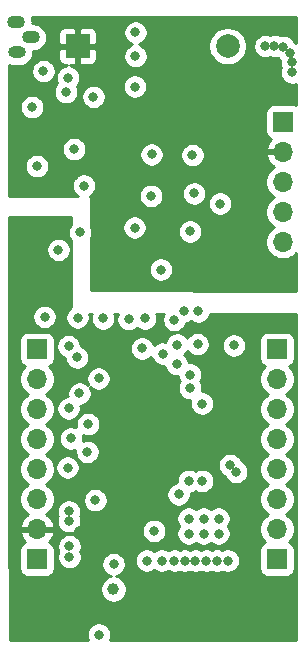
<source format=gbr>
%TF.GenerationSoftware,KiCad,Pcbnew,(5.1.6)-1*%
%TF.CreationDate,2022-09-14T08:17:57+02:00*%
%TF.ProjectId,LoRaWAN_EndNode_Microchip,4c6f5261-5741-44e5-9f45-6e644e6f6465,rev?*%
%TF.SameCoordinates,Original*%
%TF.FileFunction,Copper,L3,Inr*%
%TF.FilePolarity,Positive*%
%FSLAX46Y46*%
G04 Gerber Fmt 4.6, Leading zero omitted, Abs format (unit mm)*
G04 Created by KiCad (PCBNEW (5.1.6)-1) date 2022-09-14 08:17:57*
%MOMM*%
%LPD*%
G01*
G04 APERTURE LIST*
%TA.AperFunction,ViaPad*%
%ADD10C,2.000000*%
%TD*%
%TA.AperFunction,ViaPad*%
%ADD11R,2.000000X2.000000*%
%TD*%
%TA.AperFunction,ViaPad*%
%ADD12O,1.700000X1.700000*%
%TD*%
%TA.AperFunction,ViaPad*%
%ADD13R,1.700000X1.700000*%
%TD*%
%TA.AperFunction,ViaPad*%
%ADD14O,1.500000X1.100000*%
%TD*%
%TA.AperFunction,ViaPad*%
%ADD15O,1.500000X1.000000*%
%TD*%
%TA.AperFunction,ViaPad*%
%ADD16C,0.800000*%
%TD*%
%TA.AperFunction,ViaPad*%
%ADD17C,1.000000*%
%TD*%
%TA.AperFunction,Conductor*%
%ADD18C,0.254000*%
%TD*%
G04 APERTURE END LIST*
D10*
%TO.N,GND*%
%TO.C,B1*%
X207137000Y-74295000D03*
D11*
%TO.N,+BATT*%
X194437000Y-74295000D03*
%TD*%
D12*
%TO.N,/MCU_part/PGC*%
%TO.C,J1*%
X211836000Y-90868500D03*
%TO.N,/MCU_part/PGD*%
X211836000Y-88328500D03*
%TO.N,GND*%
X211836000Y-85788500D03*
%TO.N,+BATT*%
X211836000Y-83248500D03*
D13*
%TO.N,/MCU_part/MCLR*%
X211836000Y-80708500D03*
%TD*%
D14*
%TO.N,GND*%
%TO.C,U4*%
X189238000Y-72288400D03*
%TO.N,/MCU_part/temp_sens2*%
X190500000Y-73558400D03*
D15*
%TO.N,VDD*%
X189280000Y-74828400D03*
%TD*%
D13*
%TO.N,GND*%
%TO.C,CON1*%
X191008000Y-99949000D03*
D12*
%TO.N,DIO5*%
X191008000Y-102489000D03*
%TO.N,SCK*%
X191008000Y-105029000D03*
%TO.N,MISO*%
X191008000Y-107569000D03*
%TO.N,MOSI*%
X191008000Y-110109000D03*
%TO.N,NSS*%
X191008000Y-112649000D03*
%TO.N,VDD*%
X191008000Y-115189000D03*
D13*
%TO.N,GND*%
X191008000Y-117729000D03*
%TD*%
%TO.N,GND*%
%TO.C,CON2*%
X211328000Y-99949000D03*
D12*
%TO.N,Net-(CON2-Pad2)*%
X211328000Y-102489000D03*
%TO.N,Net-(CON2-Pad3)*%
X211328000Y-105029000D03*
%TO.N,DIO2*%
X211328000Y-107569000D03*
%TO.N,DIO1*%
X211328000Y-110109000D03*
%TO.N,DIO0*%
X211328000Y-112649000D03*
%TO.N,NRESET*%
X211328000Y-115189000D03*
D13*
%TO.N,GND*%
X211328000Y-117729000D03*
%TD*%
D16*
%TO.N,+BATT*%
X203990000Y-93140000D03*
X203280000Y-93120000D03*
X190640000Y-81320000D03*
X194130000Y-85330000D03*
X203210000Y-82380000D03*
X202710000Y-81880000D03*
X204070000Y-78000000D03*
X210970000Y-76690000D03*
X198020000Y-74330000D03*
X197255000Y-74295000D03*
X196455000Y-74295000D03*
%TO.N,GND*%
X204987631Y-104556031D03*
X207365600Y-109778800D03*
X202641200Y-117856000D03*
X203504800Y-117856000D03*
X204419200Y-117856000D03*
X205333600Y-117856000D03*
X193700400Y-113690400D03*
X193700400Y-114503200D03*
X193751200Y-116636800D03*
X206248000Y-117856000D03*
X207162400Y-117856000D03*
X203860400Y-111099600D03*
X201574400Y-117856000D03*
X200304400Y-117856000D03*
X204978000Y-111099600D03*
X207873600Y-110337600D03*
X204165200Y-83515200D03*
X200710800Y-83464400D03*
X204317600Y-86766400D03*
X200660000Y-86969600D03*
X203835000Y-114300000D03*
X205105000Y-114300000D03*
X206375000Y-114300000D03*
X206375000Y-115570000D03*
X205105000Y-115570000D03*
X203835000Y-115570000D03*
X207669543Y-99633642D03*
X202990000Y-112250000D03*
X200930000Y-115340000D03*
X195940000Y-112740000D03*
X193600000Y-109970000D03*
X203440000Y-96747500D03*
X191540000Y-76420000D03*
X191000000Y-84460000D03*
X192818400Y-91541600D03*
X193751200Y-117551200D03*
X196240000Y-124110000D03*
X212610000Y-76520000D03*
X212610000Y-75660000D03*
X212390000Y-74900000D03*
X211845000Y-74355000D03*
X211105000Y-74295000D03*
X210335000Y-74295000D03*
%TO.N,VDD*%
X194570000Y-115360000D03*
X199970000Y-111090000D03*
X197431999Y-100610500D03*
X204399708Y-107660030D03*
X189020000Y-93940000D03*
X189020000Y-93260000D03*
X195910000Y-116220000D03*
%TO.N,/RF_Part/50_ohm_ant*%
X197490000Y-118151000D03*
D17*
X197480000Y-120270000D03*
D16*
%TO.N,NSS*%
X195262500Y-108648500D03*
X194437000Y-97282000D03*
X195326000Y-106299000D03*
%TO.N,MOSI*%
X193865500Y-107505500D03*
X198755000Y-97409000D03*
%TO.N,MISO*%
X191643000Y-97218500D03*
X193675000Y-99695000D03*
X193675000Y-104965500D03*
%TO.N,SCK*%
X194601000Y-103695500D03*
X196596000Y-97345500D03*
X196215000Y-102425500D03*
%TO.N,DIO5*%
X194400000Y-100647500D03*
X199898000Y-99885500D03*
X200152000Y-97345500D03*
%TO.N,NRESET*%
X203962000Y-103251000D03*
X199263000Y-89662000D03*
%TO.N,DIO0*%
X204597000Y-99527000D03*
X204660500Y-96747500D03*
X203962000Y-102108000D03*
%TO.N,DIO1*%
X202882500Y-99568000D03*
X202628500Y-97472500D03*
X202819000Y-101219000D03*
%TO.N,DIO2*%
X201676000Y-100330000D03*
%TO.N,/MCU_part/MCLR*%
X190601600Y-79451200D03*
%TO.N,Net-(R301-Pad2)*%
X201485500Y-93218000D03*
X203962000Y-89979500D03*
%TO.N,Net-(R307-Pad1)*%
X194664500Y-90068400D03*
X194970400Y-86106000D03*
%TO.N,Net-(Rext1-Pad1)*%
X199339200Y-75145000D03*
X199339200Y-73138400D03*
X194143800Y-83007200D03*
X199288400Y-77724000D03*
%TO.N,/MCU_part/DONE*%
X195783200Y-78587600D03*
X193446400Y-78181200D03*
%TO.N,/MCU_part/WAKE_UP*%
X193649600Y-76962000D03*
X206502000Y-87630000D03*
%TD*%
D18*
%TO.N,+BATT*%
G36*
X212954000Y-74032069D02*
G01*
X212880256Y-73982795D01*
X212796782Y-73948218D01*
X212762205Y-73864744D01*
X212648937Y-73695226D01*
X212504774Y-73551063D01*
X212335256Y-73437795D01*
X212146898Y-73359774D01*
X211946939Y-73320000D01*
X211743061Y-73320000D01*
X211548944Y-73358612D01*
X211406898Y-73299774D01*
X211206939Y-73260000D01*
X211003061Y-73260000D01*
X210803102Y-73299774D01*
X210720000Y-73334196D01*
X210636898Y-73299774D01*
X210436939Y-73260000D01*
X210233061Y-73260000D01*
X210033102Y-73299774D01*
X209844744Y-73377795D01*
X209675226Y-73491063D01*
X209531063Y-73635226D01*
X209417795Y-73804744D01*
X209339774Y-73993102D01*
X209300000Y-74193061D01*
X209300000Y-74396939D01*
X209339774Y-74596898D01*
X209417795Y-74785256D01*
X209531063Y-74954774D01*
X209675226Y-75098937D01*
X209844744Y-75212205D01*
X210033102Y-75290226D01*
X210233061Y-75330000D01*
X210436939Y-75330000D01*
X210636898Y-75290226D01*
X210720000Y-75255804D01*
X210803102Y-75290226D01*
X211003061Y-75330000D01*
X211206939Y-75330000D01*
X211401056Y-75291388D01*
X211438218Y-75306782D01*
X211472795Y-75390256D01*
X211577275Y-75546622D01*
X211575000Y-75558061D01*
X211575000Y-75761939D01*
X211614774Y-75961898D01*
X211667836Y-76090000D01*
X211614774Y-76218102D01*
X211575000Y-76418061D01*
X211575000Y-76621939D01*
X211614774Y-76821898D01*
X211692795Y-77010256D01*
X211806063Y-77179774D01*
X211950226Y-77323937D01*
X212119744Y-77437205D01*
X212308102Y-77515226D01*
X212508061Y-77555000D01*
X212711939Y-77555000D01*
X212911898Y-77515226D01*
X212954000Y-77497787D01*
X212954000Y-79281730D01*
X212930180Y-79268998D01*
X212810482Y-79232688D01*
X212686000Y-79220428D01*
X210986000Y-79220428D01*
X210861518Y-79232688D01*
X210741820Y-79268998D01*
X210631506Y-79327963D01*
X210534815Y-79407315D01*
X210455463Y-79504006D01*
X210396498Y-79614320D01*
X210360188Y-79734018D01*
X210347928Y-79858500D01*
X210347928Y-81558500D01*
X210360188Y-81682982D01*
X210396498Y-81802680D01*
X210455463Y-81912994D01*
X210534815Y-82009685D01*
X210631506Y-82089037D01*
X210741820Y-82148002D01*
X210822466Y-82172466D01*
X210738412Y-82248231D01*
X210564359Y-82481580D01*
X210439175Y-82744401D01*
X210394524Y-82891610D01*
X210515845Y-83121500D01*
X211709000Y-83121500D01*
X211709000Y-83101500D01*
X211963000Y-83101500D01*
X211963000Y-83121500D01*
X211983000Y-83121500D01*
X211983000Y-83375500D01*
X211963000Y-83375500D01*
X211963000Y-83395500D01*
X211709000Y-83395500D01*
X211709000Y-83375500D01*
X210515845Y-83375500D01*
X210394524Y-83605390D01*
X210439175Y-83752599D01*
X210564359Y-84015420D01*
X210738412Y-84248769D01*
X210954645Y-84443678D01*
X211071534Y-84513305D01*
X210889368Y-84635025D01*
X210682525Y-84841868D01*
X210520010Y-85085089D01*
X210408068Y-85355342D01*
X210351000Y-85642240D01*
X210351000Y-85934760D01*
X210408068Y-86221658D01*
X210520010Y-86491911D01*
X210682525Y-86735132D01*
X210889368Y-86941975D01*
X211063760Y-87058500D01*
X210889368Y-87175025D01*
X210682525Y-87381868D01*
X210520010Y-87625089D01*
X210408068Y-87895342D01*
X210351000Y-88182240D01*
X210351000Y-88474760D01*
X210408068Y-88761658D01*
X210520010Y-89031911D01*
X210682525Y-89275132D01*
X210889368Y-89481975D01*
X211063760Y-89598500D01*
X210889368Y-89715025D01*
X210682525Y-89921868D01*
X210520010Y-90165089D01*
X210408068Y-90435342D01*
X210351000Y-90722240D01*
X210351000Y-91014760D01*
X210408068Y-91301658D01*
X210520010Y-91571911D01*
X210682525Y-91815132D01*
X210889368Y-92021975D01*
X211132589Y-92184490D01*
X211402842Y-92296432D01*
X211689740Y-92353500D01*
X211982260Y-92353500D01*
X212269158Y-92296432D01*
X212539411Y-92184490D01*
X212782632Y-92021975D01*
X212954000Y-91850607D01*
X212954000Y-95021534D01*
X195567159Y-94983279D01*
X195569504Y-93116061D01*
X200450500Y-93116061D01*
X200450500Y-93319939D01*
X200490274Y-93519898D01*
X200568295Y-93708256D01*
X200681563Y-93877774D01*
X200825726Y-94021937D01*
X200995244Y-94135205D01*
X201183602Y-94213226D01*
X201383561Y-94253000D01*
X201587439Y-94253000D01*
X201787398Y-94213226D01*
X201975756Y-94135205D01*
X202145274Y-94021937D01*
X202289437Y-93877774D01*
X202402705Y-93708256D01*
X202480726Y-93519898D01*
X202520500Y-93319939D01*
X202520500Y-93116061D01*
X202480726Y-92916102D01*
X202402705Y-92727744D01*
X202289437Y-92558226D01*
X202145274Y-92414063D01*
X201975756Y-92300795D01*
X201787398Y-92222774D01*
X201587439Y-92183000D01*
X201383561Y-92183000D01*
X201183602Y-92222774D01*
X200995244Y-92300795D01*
X200825726Y-92414063D01*
X200681563Y-92558226D01*
X200568295Y-92727744D01*
X200490274Y-92916102D01*
X200450500Y-93116061D01*
X195569504Y-93116061D01*
X195572701Y-90572132D01*
X195581705Y-90558656D01*
X195659726Y-90370298D01*
X195699500Y-90170339D01*
X195699500Y-89966461D01*
X195659726Y-89766502D01*
X195581705Y-89578144D01*
X195573964Y-89566559D01*
X195573972Y-89560061D01*
X198228000Y-89560061D01*
X198228000Y-89763939D01*
X198267774Y-89963898D01*
X198345795Y-90152256D01*
X198459063Y-90321774D01*
X198603226Y-90465937D01*
X198772744Y-90579205D01*
X198961102Y-90657226D01*
X199161061Y-90697000D01*
X199364939Y-90697000D01*
X199564898Y-90657226D01*
X199753256Y-90579205D01*
X199922774Y-90465937D01*
X200066937Y-90321774D01*
X200180205Y-90152256D01*
X200258226Y-89963898D01*
X200275399Y-89877561D01*
X202927000Y-89877561D01*
X202927000Y-90081439D01*
X202966774Y-90281398D01*
X203044795Y-90469756D01*
X203158063Y-90639274D01*
X203302226Y-90783437D01*
X203471744Y-90896705D01*
X203660102Y-90974726D01*
X203860061Y-91014500D01*
X204063939Y-91014500D01*
X204263898Y-90974726D01*
X204452256Y-90896705D01*
X204621774Y-90783437D01*
X204765937Y-90639274D01*
X204879205Y-90469756D01*
X204957226Y-90281398D01*
X204997000Y-90081439D01*
X204997000Y-89877561D01*
X204957226Y-89677602D01*
X204879205Y-89489244D01*
X204765937Y-89319726D01*
X204621774Y-89175563D01*
X204452256Y-89062295D01*
X204263898Y-88984274D01*
X204063939Y-88944500D01*
X203860061Y-88944500D01*
X203660102Y-88984274D01*
X203471744Y-89062295D01*
X203302226Y-89175563D01*
X203158063Y-89319726D01*
X203044795Y-89489244D01*
X202966774Y-89677602D01*
X202927000Y-89877561D01*
X200275399Y-89877561D01*
X200298000Y-89763939D01*
X200298000Y-89560061D01*
X200258226Y-89360102D01*
X200180205Y-89171744D01*
X200066937Y-89002226D01*
X199922774Y-88858063D01*
X199753256Y-88744795D01*
X199564898Y-88666774D01*
X199364939Y-88627000D01*
X199161061Y-88627000D01*
X198961102Y-88666774D01*
X198772744Y-88744795D01*
X198603226Y-88858063D01*
X198459063Y-89002226D01*
X198345795Y-89171744D01*
X198267774Y-89360102D01*
X198228000Y-89560061D01*
X195573972Y-89560061D01*
X195577000Y-87150160D01*
X195574591Y-87125380D01*
X195567394Y-87101547D01*
X195555685Y-87079575D01*
X195539915Y-87060310D01*
X195520690Y-87044492D01*
X195498748Y-87032728D01*
X195474933Y-87025471D01*
X195459062Y-87023865D01*
X195460656Y-87023205D01*
X195630174Y-86909937D01*
X195672450Y-86867661D01*
X199625000Y-86867661D01*
X199625000Y-87071539D01*
X199664774Y-87271498D01*
X199742795Y-87459856D01*
X199856063Y-87629374D01*
X200000226Y-87773537D01*
X200169744Y-87886805D01*
X200358102Y-87964826D01*
X200558061Y-88004600D01*
X200761939Y-88004600D01*
X200961898Y-87964826D01*
X201150256Y-87886805D01*
X201319774Y-87773537D01*
X201463937Y-87629374D01*
X201577205Y-87459856D01*
X201655226Y-87271498D01*
X201695000Y-87071539D01*
X201695000Y-86867661D01*
X201655226Y-86667702D01*
X201653884Y-86664461D01*
X203282600Y-86664461D01*
X203282600Y-86868339D01*
X203322374Y-87068298D01*
X203400395Y-87256656D01*
X203513663Y-87426174D01*
X203657826Y-87570337D01*
X203827344Y-87683605D01*
X204015702Y-87761626D01*
X204215661Y-87801400D01*
X204419539Y-87801400D01*
X204619498Y-87761626D01*
X204807856Y-87683605D01*
X204977374Y-87570337D01*
X205019650Y-87528061D01*
X205467000Y-87528061D01*
X205467000Y-87731939D01*
X205506774Y-87931898D01*
X205584795Y-88120256D01*
X205698063Y-88289774D01*
X205842226Y-88433937D01*
X206011744Y-88547205D01*
X206200102Y-88625226D01*
X206400061Y-88665000D01*
X206603939Y-88665000D01*
X206803898Y-88625226D01*
X206992256Y-88547205D01*
X207161774Y-88433937D01*
X207305937Y-88289774D01*
X207419205Y-88120256D01*
X207497226Y-87931898D01*
X207537000Y-87731939D01*
X207537000Y-87528061D01*
X207497226Y-87328102D01*
X207419205Y-87139744D01*
X207305937Y-86970226D01*
X207161774Y-86826063D01*
X206992256Y-86712795D01*
X206803898Y-86634774D01*
X206603939Y-86595000D01*
X206400061Y-86595000D01*
X206200102Y-86634774D01*
X206011744Y-86712795D01*
X205842226Y-86826063D01*
X205698063Y-86970226D01*
X205584795Y-87139744D01*
X205506774Y-87328102D01*
X205467000Y-87528061D01*
X205019650Y-87528061D01*
X205121537Y-87426174D01*
X205234805Y-87256656D01*
X205312826Y-87068298D01*
X205352600Y-86868339D01*
X205352600Y-86664461D01*
X205312826Y-86464502D01*
X205234805Y-86276144D01*
X205121537Y-86106626D01*
X204977374Y-85962463D01*
X204807856Y-85849195D01*
X204619498Y-85771174D01*
X204419539Y-85731400D01*
X204215661Y-85731400D01*
X204015702Y-85771174D01*
X203827344Y-85849195D01*
X203657826Y-85962463D01*
X203513663Y-86106626D01*
X203400395Y-86276144D01*
X203322374Y-86464502D01*
X203282600Y-86664461D01*
X201653884Y-86664461D01*
X201577205Y-86479344D01*
X201463937Y-86309826D01*
X201319774Y-86165663D01*
X201150256Y-86052395D01*
X200961898Y-85974374D01*
X200761939Y-85934600D01*
X200558061Y-85934600D01*
X200358102Y-85974374D01*
X200169744Y-86052395D01*
X200000226Y-86165663D01*
X199856063Y-86309826D01*
X199742795Y-86479344D01*
X199664774Y-86667702D01*
X199625000Y-86867661D01*
X195672450Y-86867661D01*
X195774337Y-86765774D01*
X195887605Y-86596256D01*
X195965626Y-86407898D01*
X196005400Y-86207939D01*
X196005400Y-86004061D01*
X195965626Y-85804102D01*
X195887605Y-85615744D01*
X195774337Y-85446226D01*
X195630174Y-85302063D01*
X195460656Y-85188795D01*
X195272298Y-85110774D01*
X195072339Y-85071000D01*
X194868461Y-85071000D01*
X194668502Y-85110774D01*
X194480144Y-85188795D01*
X194310626Y-85302063D01*
X194166463Y-85446226D01*
X194053195Y-85615744D01*
X193975174Y-85804102D01*
X193935400Y-86004061D01*
X193935400Y-86207939D01*
X193975174Y-86407898D01*
X194053195Y-86596256D01*
X194166463Y-86765774D01*
X194310626Y-86909937D01*
X194473905Y-87019036D01*
X188638580Y-86995348D01*
X188635482Y-84358061D01*
X189965000Y-84358061D01*
X189965000Y-84561939D01*
X190004774Y-84761898D01*
X190082795Y-84950256D01*
X190196063Y-85119774D01*
X190340226Y-85263937D01*
X190509744Y-85377205D01*
X190698102Y-85455226D01*
X190898061Y-85495000D01*
X191101939Y-85495000D01*
X191301898Y-85455226D01*
X191490256Y-85377205D01*
X191659774Y-85263937D01*
X191803937Y-85119774D01*
X191917205Y-84950256D01*
X191995226Y-84761898D01*
X192035000Y-84561939D01*
X192035000Y-84358061D01*
X191995226Y-84158102D01*
X191917205Y-83969744D01*
X191803937Y-83800226D01*
X191659774Y-83656063D01*
X191490256Y-83542795D01*
X191301898Y-83464774D01*
X191101939Y-83425000D01*
X190898061Y-83425000D01*
X190698102Y-83464774D01*
X190509744Y-83542795D01*
X190340226Y-83656063D01*
X190196063Y-83800226D01*
X190082795Y-83969744D01*
X190004774Y-84158102D01*
X189965000Y-84358061D01*
X188635482Y-84358061D01*
X188633775Y-82905261D01*
X193108800Y-82905261D01*
X193108800Y-83109139D01*
X193148574Y-83309098D01*
X193226595Y-83497456D01*
X193339863Y-83666974D01*
X193484026Y-83811137D01*
X193653544Y-83924405D01*
X193841902Y-84002426D01*
X194041861Y-84042200D01*
X194245739Y-84042200D01*
X194445698Y-84002426D01*
X194634056Y-83924405D01*
X194803574Y-83811137D01*
X194947737Y-83666974D01*
X195061005Y-83497456D01*
X195116922Y-83362461D01*
X199675800Y-83362461D01*
X199675800Y-83566339D01*
X199715574Y-83766298D01*
X199793595Y-83954656D01*
X199906863Y-84124174D01*
X200051026Y-84268337D01*
X200220544Y-84381605D01*
X200408902Y-84459626D01*
X200608861Y-84499400D01*
X200812739Y-84499400D01*
X201012698Y-84459626D01*
X201201056Y-84381605D01*
X201370574Y-84268337D01*
X201514737Y-84124174D01*
X201628005Y-83954656D01*
X201706026Y-83766298D01*
X201745800Y-83566339D01*
X201745800Y-83413261D01*
X203130200Y-83413261D01*
X203130200Y-83617139D01*
X203169974Y-83817098D01*
X203247995Y-84005456D01*
X203361263Y-84174974D01*
X203505426Y-84319137D01*
X203674944Y-84432405D01*
X203863302Y-84510426D01*
X204063261Y-84550200D01*
X204267139Y-84550200D01*
X204467098Y-84510426D01*
X204655456Y-84432405D01*
X204824974Y-84319137D01*
X204969137Y-84174974D01*
X205082405Y-84005456D01*
X205160426Y-83817098D01*
X205200200Y-83617139D01*
X205200200Y-83413261D01*
X205160426Y-83213302D01*
X205082405Y-83024944D01*
X204969137Y-82855426D01*
X204824974Y-82711263D01*
X204655456Y-82597995D01*
X204467098Y-82519974D01*
X204267139Y-82480200D01*
X204063261Y-82480200D01*
X203863302Y-82519974D01*
X203674944Y-82597995D01*
X203505426Y-82711263D01*
X203361263Y-82855426D01*
X203247995Y-83024944D01*
X203169974Y-83213302D01*
X203130200Y-83413261D01*
X201745800Y-83413261D01*
X201745800Y-83362461D01*
X201706026Y-83162502D01*
X201628005Y-82974144D01*
X201514737Y-82804626D01*
X201370574Y-82660463D01*
X201201056Y-82547195D01*
X201012698Y-82469174D01*
X200812739Y-82429400D01*
X200608861Y-82429400D01*
X200408902Y-82469174D01*
X200220544Y-82547195D01*
X200051026Y-82660463D01*
X199906863Y-82804626D01*
X199793595Y-82974144D01*
X199715574Y-83162502D01*
X199675800Y-83362461D01*
X195116922Y-83362461D01*
X195139026Y-83309098D01*
X195178800Y-83109139D01*
X195178800Y-82905261D01*
X195139026Y-82705302D01*
X195061005Y-82516944D01*
X194947737Y-82347426D01*
X194803574Y-82203263D01*
X194634056Y-82089995D01*
X194445698Y-82011974D01*
X194245739Y-81972200D01*
X194041861Y-81972200D01*
X193841902Y-82011974D01*
X193653544Y-82089995D01*
X193484026Y-82203263D01*
X193339863Y-82347426D01*
X193226595Y-82516944D01*
X193148574Y-82705302D01*
X193108800Y-82905261D01*
X188633775Y-82905261D01*
X188629596Y-79349261D01*
X189566600Y-79349261D01*
X189566600Y-79553139D01*
X189606374Y-79753098D01*
X189684395Y-79941456D01*
X189797663Y-80110974D01*
X189941826Y-80255137D01*
X190111344Y-80368405D01*
X190299702Y-80446426D01*
X190499661Y-80486200D01*
X190703539Y-80486200D01*
X190903498Y-80446426D01*
X191091856Y-80368405D01*
X191261374Y-80255137D01*
X191405537Y-80110974D01*
X191518805Y-79941456D01*
X191596826Y-79753098D01*
X191636600Y-79553139D01*
X191636600Y-79349261D01*
X191596826Y-79149302D01*
X191518805Y-78960944D01*
X191405537Y-78791426D01*
X191261374Y-78647263D01*
X191091856Y-78533995D01*
X190903498Y-78455974D01*
X190703539Y-78416200D01*
X190499661Y-78416200D01*
X190299702Y-78455974D01*
X190111344Y-78533995D01*
X189941826Y-78647263D01*
X189797663Y-78791426D01*
X189684395Y-78960944D01*
X189606374Y-79149302D01*
X189566600Y-79349261D01*
X188629596Y-79349261D01*
X188628104Y-78079261D01*
X192411400Y-78079261D01*
X192411400Y-78283139D01*
X192451174Y-78483098D01*
X192529195Y-78671456D01*
X192642463Y-78840974D01*
X192786626Y-78985137D01*
X192956144Y-79098405D01*
X193144502Y-79176426D01*
X193344461Y-79216200D01*
X193548339Y-79216200D01*
X193748298Y-79176426D01*
X193936656Y-79098405D01*
X194106174Y-78985137D01*
X194250337Y-78840974D01*
X194363605Y-78671456D01*
X194440564Y-78485661D01*
X194748200Y-78485661D01*
X194748200Y-78689539D01*
X194787974Y-78889498D01*
X194865995Y-79077856D01*
X194979263Y-79247374D01*
X195123426Y-79391537D01*
X195292944Y-79504805D01*
X195481302Y-79582826D01*
X195681261Y-79622600D01*
X195885139Y-79622600D01*
X196085098Y-79582826D01*
X196273456Y-79504805D01*
X196442974Y-79391537D01*
X196587137Y-79247374D01*
X196700405Y-79077856D01*
X196778426Y-78889498D01*
X196818200Y-78689539D01*
X196818200Y-78485661D01*
X196778426Y-78285702D01*
X196700405Y-78097344D01*
X196587137Y-77927826D01*
X196442974Y-77783663D01*
X196273456Y-77670395D01*
X196156769Y-77622061D01*
X198253400Y-77622061D01*
X198253400Y-77825939D01*
X198293174Y-78025898D01*
X198371195Y-78214256D01*
X198484463Y-78383774D01*
X198628626Y-78527937D01*
X198798144Y-78641205D01*
X198986502Y-78719226D01*
X199186461Y-78759000D01*
X199390339Y-78759000D01*
X199590298Y-78719226D01*
X199778656Y-78641205D01*
X199948174Y-78527937D01*
X200092337Y-78383774D01*
X200205605Y-78214256D01*
X200283626Y-78025898D01*
X200323400Y-77825939D01*
X200323400Y-77622061D01*
X200283626Y-77422102D01*
X200205605Y-77233744D01*
X200092337Y-77064226D01*
X199948174Y-76920063D01*
X199778656Y-76806795D01*
X199590298Y-76728774D01*
X199390339Y-76689000D01*
X199186461Y-76689000D01*
X198986502Y-76728774D01*
X198798144Y-76806795D01*
X198628626Y-76920063D01*
X198484463Y-77064226D01*
X198371195Y-77233744D01*
X198293174Y-77422102D01*
X198253400Y-77622061D01*
X196156769Y-77622061D01*
X196085098Y-77592374D01*
X195885139Y-77552600D01*
X195681261Y-77552600D01*
X195481302Y-77592374D01*
X195292944Y-77670395D01*
X195123426Y-77783663D01*
X194979263Y-77927826D01*
X194865995Y-78097344D01*
X194787974Y-78285702D01*
X194748200Y-78485661D01*
X194440564Y-78485661D01*
X194441626Y-78483098D01*
X194481400Y-78283139D01*
X194481400Y-78079261D01*
X194441626Y-77879302D01*
X194369686Y-77705625D01*
X194453537Y-77621774D01*
X194566805Y-77452256D01*
X194644826Y-77263898D01*
X194684600Y-77063939D01*
X194684600Y-76860061D01*
X194644826Y-76660102D01*
X194566805Y-76471744D01*
X194453537Y-76302226D01*
X194309374Y-76158063D01*
X194139856Y-76044795D01*
X193951498Y-75966774D01*
X193774762Y-75931619D01*
X194151250Y-75930000D01*
X194310000Y-75771250D01*
X194310000Y-74422000D01*
X194564000Y-74422000D01*
X194564000Y-75771250D01*
X194722750Y-75930000D01*
X195437000Y-75933072D01*
X195561482Y-75920812D01*
X195681180Y-75884502D01*
X195791494Y-75825537D01*
X195888185Y-75746185D01*
X195967537Y-75649494D01*
X196026502Y-75539180D01*
X196062812Y-75419482D01*
X196075072Y-75295000D01*
X196072000Y-74580750D01*
X195913250Y-74422000D01*
X194564000Y-74422000D01*
X194310000Y-74422000D01*
X192960750Y-74422000D01*
X192802000Y-74580750D01*
X192798928Y-75295000D01*
X192811188Y-75419482D01*
X192847498Y-75539180D01*
X192906463Y-75649494D01*
X192985815Y-75746185D01*
X193082506Y-75825537D01*
X193192820Y-75884502D01*
X193312518Y-75920812D01*
X193437000Y-75933072D01*
X193518906Y-75932720D01*
X193347702Y-75966774D01*
X193159344Y-76044795D01*
X192989826Y-76158063D01*
X192845663Y-76302226D01*
X192732395Y-76471744D01*
X192654374Y-76660102D01*
X192614600Y-76860061D01*
X192614600Y-77063939D01*
X192654374Y-77263898D01*
X192726314Y-77437575D01*
X192642463Y-77521426D01*
X192529195Y-77690944D01*
X192451174Y-77879302D01*
X192411400Y-78079261D01*
X188628104Y-78079261D01*
X188626034Y-76318061D01*
X190505000Y-76318061D01*
X190505000Y-76521939D01*
X190544774Y-76721898D01*
X190622795Y-76910256D01*
X190736063Y-77079774D01*
X190880226Y-77223937D01*
X191049744Y-77337205D01*
X191238102Y-77415226D01*
X191438061Y-77455000D01*
X191641939Y-77455000D01*
X191841898Y-77415226D01*
X192030256Y-77337205D01*
X192199774Y-77223937D01*
X192343937Y-77079774D01*
X192457205Y-76910256D01*
X192535226Y-76721898D01*
X192575000Y-76521939D01*
X192575000Y-76318061D01*
X192535226Y-76118102D01*
X192457205Y-75929744D01*
X192343937Y-75760226D01*
X192199774Y-75616063D01*
X192030256Y-75502795D01*
X191841898Y-75424774D01*
X191641939Y-75385000D01*
X191438061Y-75385000D01*
X191238102Y-75424774D01*
X191049744Y-75502795D01*
X190880226Y-75616063D01*
X190736063Y-75760226D01*
X190622795Y-75929744D01*
X190544774Y-76118102D01*
X190505000Y-76318061D01*
X188626034Y-76318061D01*
X188625533Y-75891777D01*
X188807501Y-75946977D01*
X188974248Y-75963400D01*
X189585752Y-75963400D01*
X189752499Y-75946977D01*
X189966447Y-75882076D01*
X190163623Y-75776684D01*
X190336449Y-75634849D01*
X190478284Y-75462023D01*
X190583676Y-75264847D01*
X190648577Y-75050899D01*
X190670491Y-74828400D01*
X190662119Y-74743400D01*
X190758207Y-74743400D01*
X190932300Y-74726253D01*
X191155674Y-74658494D01*
X191361536Y-74548458D01*
X191541975Y-74400375D01*
X191690058Y-74219936D01*
X191800094Y-74014074D01*
X191867853Y-73790700D01*
X191890733Y-73558400D01*
X191867853Y-73326100D01*
X191858420Y-73295000D01*
X192798928Y-73295000D01*
X192802000Y-74009250D01*
X192960750Y-74168000D01*
X194310000Y-74168000D01*
X194310000Y-72818750D01*
X194564000Y-72818750D01*
X194564000Y-74168000D01*
X195913250Y-74168000D01*
X196072000Y-74009250D01*
X196075072Y-73295000D01*
X196062812Y-73170518D01*
X196026502Y-73050820D01*
X196018827Y-73036461D01*
X198304200Y-73036461D01*
X198304200Y-73240339D01*
X198343974Y-73440298D01*
X198421995Y-73628656D01*
X198535263Y-73798174D01*
X198679426Y-73942337D01*
X198848944Y-74055605D01*
X199037302Y-74133626D01*
X199077893Y-74141700D01*
X199037302Y-74149774D01*
X198848944Y-74227795D01*
X198679426Y-74341063D01*
X198535263Y-74485226D01*
X198421995Y-74654744D01*
X198343974Y-74843102D01*
X198304200Y-75043061D01*
X198304200Y-75246939D01*
X198343974Y-75446898D01*
X198421995Y-75635256D01*
X198535263Y-75804774D01*
X198679426Y-75948937D01*
X198848944Y-76062205D01*
X199037302Y-76140226D01*
X199237261Y-76180000D01*
X199441139Y-76180000D01*
X199641098Y-76140226D01*
X199829456Y-76062205D01*
X199998974Y-75948937D01*
X200143137Y-75804774D01*
X200256405Y-75635256D01*
X200334426Y-75446898D01*
X200374200Y-75246939D01*
X200374200Y-75043061D01*
X200334426Y-74843102D01*
X200256405Y-74654744D01*
X200143137Y-74485226D01*
X199998974Y-74341063D01*
X199829456Y-74227795D01*
X199641098Y-74149774D01*
X199600507Y-74141700D01*
X199639383Y-74133967D01*
X205502000Y-74133967D01*
X205502000Y-74456033D01*
X205564832Y-74771912D01*
X205688082Y-75069463D01*
X205867013Y-75337252D01*
X206094748Y-75564987D01*
X206362537Y-75743918D01*
X206660088Y-75867168D01*
X206975967Y-75930000D01*
X207298033Y-75930000D01*
X207613912Y-75867168D01*
X207911463Y-75743918D01*
X208179252Y-75564987D01*
X208406987Y-75337252D01*
X208585918Y-75069463D01*
X208709168Y-74771912D01*
X208772000Y-74456033D01*
X208772000Y-74133967D01*
X208709168Y-73818088D01*
X208585918Y-73520537D01*
X208406987Y-73252748D01*
X208179252Y-73025013D01*
X207911463Y-72846082D01*
X207613912Y-72722832D01*
X207298033Y-72660000D01*
X206975967Y-72660000D01*
X206660088Y-72722832D01*
X206362537Y-72846082D01*
X206094748Y-73025013D01*
X205867013Y-73252748D01*
X205688082Y-73520537D01*
X205564832Y-73818088D01*
X205502000Y-74133967D01*
X199639383Y-74133967D01*
X199641098Y-74133626D01*
X199829456Y-74055605D01*
X199998974Y-73942337D01*
X200143137Y-73798174D01*
X200256405Y-73628656D01*
X200334426Y-73440298D01*
X200374200Y-73240339D01*
X200374200Y-73036461D01*
X200334426Y-72836502D01*
X200256405Y-72648144D01*
X200143137Y-72478626D01*
X199998974Y-72334463D01*
X199829456Y-72221195D01*
X199641098Y-72143174D01*
X199441139Y-72103400D01*
X199237261Y-72103400D01*
X199037302Y-72143174D01*
X198848944Y-72221195D01*
X198679426Y-72334463D01*
X198535263Y-72478626D01*
X198421995Y-72648144D01*
X198343974Y-72836502D01*
X198304200Y-73036461D01*
X196018827Y-73036461D01*
X195967537Y-72940506D01*
X195888185Y-72843815D01*
X195791494Y-72764463D01*
X195681180Y-72705498D01*
X195561482Y-72669188D01*
X195437000Y-72656928D01*
X194722750Y-72660000D01*
X194564000Y-72818750D01*
X194310000Y-72818750D01*
X194151250Y-72660000D01*
X193437000Y-72656928D01*
X193312518Y-72669188D01*
X193192820Y-72705498D01*
X193082506Y-72764463D01*
X192985815Y-72843815D01*
X192906463Y-72940506D01*
X192847498Y-73050820D01*
X192811188Y-73170518D01*
X192798928Y-73295000D01*
X191858420Y-73295000D01*
X191800094Y-73102726D01*
X191690058Y-72896864D01*
X191541975Y-72716425D01*
X191361536Y-72568342D01*
X191155674Y-72458306D01*
X190932300Y-72390547D01*
X190758207Y-72373400D01*
X190620361Y-72373400D01*
X190628733Y-72288400D01*
X190605853Y-72056100D01*
X190541362Y-71843500D01*
X212954000Y-71843500D01*
X212954000Y-74032069D01*
G37*
X212954000Y-74032069D02*
X212880256Y-73982795D01*
X212796782Y-73948218D01*
X212762205Y-73864744D01*
X212648937Y-73695226D01*
X212504774Y-73551063D01*
X212335256Y-73437795D01*
X212146898Y-73359774D01*
X211946939Y-73320000D01*
X211743061Y-73320000D01*
X211548944Y-73358612D01*
X211406898Y-73299774D01*
X211206939Y-73260000D01*
X211003061Y-73260000D01*
X210803102Y-73299774D01*
X210720000Y-73334196D01*
X210636898Y-73299774D01*
X210436939Y-73260000D01*
X210233061Y-73260000D01*
X210033102Y-73299774D01*
X209844744Y-73377795D01*
X209675226Y-73491063D01*
X209531063Y-73635226D01*
X209417795Y-73804744D01*
X209339774Y-73993102D01*
X209300000Y-74193061D01*
X209300000Y-74396939D01*
X209339774Y-74596898D01*
X209417795Y-74785256D01*
X209531063Y-74954774D01*
X209675226Y-75098937D01*
X209844744Y-75212205D01*
X210033102Y-75290226D01*
X210233061Y-75330000D01*
X210436939Y-75330000D01*
X210636898Y-75290226D01*
X210720000Y-75255804D01*
X210803102Y-75290226D01*
X211003061Y-75330000D01*
X211206939Y-75330000D01*
X211401056Y-75291388D01*
X211438218Y-75306782D01*
X211472795Y-75390256D01*
X211577275Y-75546622D01*
X211575000Y-75558061D01*
X211575000Y-75761939D01*
X211614774Y-75961898D01*
X211667836Y-76090000D01*
X211614774Y-76218102D01*
X211575000Y-76418061D01*
X211575000Y-76621939D01*
X211614774Y-76821898D01*
X211692795Y-77010256D01*
X211806063Y-77179774D01*
X211950226Y-77323937D01*
X212119744Y-77437205D01*
X212308102Y-77515226D01*
X212508061Y-77555000D01*
X212711939Y-77555000D01*
X212911898Y-77515226D01*
X212954000Y-77497787D01*
X212954000Y-79281730D01*
X212930180Y-79268998D01*
X212810482Y-79232688D01*
X212686000Y-79220428D01*
X210986000Y-79220428D01*
X210861518Y-79232688D01*
X210741820Y-79268998D01*
X210631506Y-79327963D01*
X210534815Y-79407315D01*
X210455463Y-79504006D01*
X210396498Y-79614320D01*
X210360188Y-79734018D01*
X210347928Y-79858500D01*
X210347928Y-81558500D01*
X210360188Y-81682982D01*
X210396498Y-81802680D01*
X210455463Y-81912994D01*
X210534815Y-82009685D01*
X210631506Y-82089037D01*
X210741820Y-82148002D01*
X210822466Y-82172466D01*
X210738412Y-82248231D01*
X210564359Y-82481580D01*
X210439175Y-82744401D01*
X210394524Y-82891610D01*
X210515845Y-83121500D01*
X211709000Y-83121500D01*
X211709000Y-83101500D01*
X211963000Y-83101500D01*
X211963000Y-83121500D01*
X211983000Y-83121500D01*
X211983000Y-83375500D01*
X211963000Y-83375500D01*
X211963000Y-83395500D01*
X211709000Y-83395500D01*
X211709000Y-83375500D01*
X210515845Y-83375500D01*
X210394524Y-83605390D01*
X210439175Y-83752599D01*
X210564359Y-84015420D01*
X210738412Y-84248769D01*
X210954645Y-84443678D01*
X211071534Y-84513305D01*
X210889368Y-84635025D01*
X210682525Y-84841868D01*
X210520010Y-85085089D01*
X210408068Y-85355342D01*
X210351000Y-85642240D01*
X210351000Y-85934760D01*
X210408068Y-86221658D01*
X210520010Y-86491911D01*
X210682525Y-86735132D01*
X210889368Y-86941975D01*
X211063760Y-87058500D01*
X210889368Y-87175025D01*
X210682525Y-87381868D01*
X210520010Y-87625089D01*
X210408068Y-87895342D01*
X210351000Y-88182240D01*
X210351000Y-88474760D01*
X210408068Y-88761658D01*
X210520010Y-89031911D01*
X210682525Y-89275132D01*
X210889368Y-89481975D01*
X211063760Y-89598500D01*
X210889368Y-89715025D01*
X210682525Y-89921868D01*
X210520010Y-90165089D01*
X210408068Y-90435342D01*
X210351000Y-90722240D01*
X210351000Y-91014760D01*
X210408068Y-91301658D01*
X210520010Y-91571911D01*
X210682525Y-91815132D01*
X210889368Y-92021975D01*
X211132589Y-92184490D01*
X211402842Y-92296432D01*
X211689740Y-92353500D01*
X211982260Y-92353500D01*
X212269158Y-92296432D01*
X212539411Y-92184490D01*
X212782632Y-92021975D01*
X212954000Y-91850607D01*
X212954000Y-95021534D01*
X195567159Y-94983279D01*
X195569504Y-93116061D01*
X200450500Y-93116061D01*
X200450500Y-93319939D01*
X200490274Y-93519898D01*
X200568295Y-93708256D01*
X200681563Y-93877774D01*
X200825726Y-94021937D01*
X200995244Y-94135205D01*
X201183602Y-94213226D01*
X201383561Y-94253000D01*
X201587439Y-94253000D01*
X201787398Y-94213226D01*
X201975756Y-94135205D01*
X202145274Y-94021937D01*
X202289437Y-93877774D01*
X202402705Y-93708256D01*
X202480726Y-93519898D01*
X202520500Y-93319939D01*
X202520500Y-93116061D01*
X202480726Y-92916102D01*
X202402705Y-92727744D01*
X202289437Y-92558226D01*
X202145274Y-92414063D01*
X201975756Y-92300795D01*
X201787398Y-92222774D01*
X201587439Y-92183000D01*
X201383561Y-92183000D01*
X201183602Y-92222774D01*
X200995244Y-92300795D01*
X200825726Y-92414063D01*
X200681563Y-92558226D01*
X200568295Y-92727744D01*
X200490274Y-92916102D01*
X200450500Y-93116061D01*
X195569504Y-93116061D01*
X195572701Y-90572132D01*
X195581705Y-90558656D01*
X195659726Y-90370298D01*
X195699500Y-90170339D01*
X195699500Y-89966461D01*
X195659726Y-89766502D01*
X195581705Y-89578144D01*
X195573964Y-89566559D01*
X195573972Y-89560061D01*
X198228000Y-89560061D01*
X198228000Y-89763939D01*
X198267774Y-89963898D01*
X198345795Y-90152256D01*
X198459063Y-90321774D01*
X198603226Y-90465937D01*
X198772744Y-90579205D01*
X198961102Y-90657226D01*
X199161061Y-90697000D01*
X199364939Y-90697000D01*
X199564898Y-90657226D01*
X199753256Y-90579205D01*
X199922774Y-90465937D01*
X200066937Y-90321774D01*
X200180205Y-90152256D01*
X200258226Y-89963898D01*
X200275399Y-89877561D01*
X202927000Y-89877561D01*
X202927000Y-90081439D01*
X202966774Y-90281398D01*
X203044795Y-90469756D01*
X203158063Y-90639274D01*
X203302226Y-90783437D01*
X203471744Y-90896705D01*
X203660102Y-90974726D01*
X203860061Y-91014500D01*
X204063939Y-91014500D01*
X204263898Y-90974726D01*
X204452256Y-90896705D01*
X204621774Y-90783437D01*
X204765937Y-90639274D01*
X204879205Y-90469756D01*
X204957226Y-90281398D01*
X204997000Y-90081439D01*
X204997000Y-89877561D01*
X204957226Y-89677602D01*
X204879205Y-89489244D01*
X204765937Y-89319726D01*
X204621774Y-89175563D01*
X204452256Y-89062295D01*
X204263898Y-88984274D01*
X204063939Y-88944500D01*
X203860061Y-88944500D01*
X203660102Y-88984274D01*
X203471744Y-89062295D01*
X203302226Y-89175563D01*
X203158063Y-89319726D01*
X203044795Y-89489244D01*
X202966774Y-89677602D01*
X202927000Y-89877561D01*
X200275399Y-89877561D01*
X200298000Y-89763939D01*
X200298000Y-89560061D01*
X200258226Y-89360102D01*
X200180205Y-89171744D01*
X200066937Y-89002226D01*
X199922774Y-88858063D01*
X199753256Y-88744795D01*
X199564898Y-88666774D01*
X199364939Y-88627000D01*
X199161061Y-88627000D01*
X198961102Y-88666774D01*
X198772744Y-88744795D01*
X198603226Y-88858063D01*
X198459063Y-89002226D01*
X198345795Y-89171744D01*
X198267774Y-89360102D01*
X198228000Y-89560061D01*
X195573972Y-89560061D01*
X195577000Y-87150160D01*
X195574591Y-87125380D01*
X195567394Y-87101547D01*
X195555685Y-87079575D01*
X195539915Y-87060310D01*
X195520690Y-87044492D01*
X195498748Y-87032728D01*
X195474933Y-87025471D01*
X195459062Y-87023865D01*
X195460656Y-87023205D01*
X195630174Y-86909937D01*
X195672450Y-86867661D01*
X199625000Y-86867661D01*
X199625000Y-87071539D01*
X199664774Y-87271498D01*
X199742795Y-87459856D01*
X199856063Y-87629374D01*
X200000226Y-87773537D01*
X200169744Y-87886805D01*
X200358102Y-87964826D01*
X200558061Y-88004600D01*
X200761939Y-88004600D01*
X200961898Y-87964826D01*
X201150256Y-87886805D01*
X201319774Y-87773537D01*
X201463937Y-87629374D01*
X201577205Y-87459856D01*
X201655226Y-87271498D01*
X201695000Y-87071539D01*
X201695000Y-86867661D01*
X201655226Y-86667702D01*
X201653884Y-86664461D01*
X203282600Y-86664461D01*
X203282600Y-86868339D01*
X203322374Y-87068298D01*
X203400395Y-87256656D01*
X203513663Y-87426174D01*
X203657826Y-87570337D01*
X203827344Y-87683605D01*
X204015702Y-87761626D01*
X204215661Y-87801400D01*
X204419539Y-87801400D01*
X204619498Y-87761626D01*
X204807856Y-87683605D01*
X204977374Y-87570337D01*
X205019650Y-87528061D01*
X205467000Y-87528061D01*
X205467000Y-87731939D01*
X205506774Y-87931898D01*
X205584795Y-88120256D01*
X205698063Y-88289774D01*
X205842226Y-88433937D01*
X206011744Y-88547205D01*
X206200102Y-88625226D01*
X206400061Y-88665000D01*
X206603939Y-88665000D01*
X206803898Y-88625226D01*
X206992256Y-88547205D01*
X207161774Y-88433937D01*
X207305937Y-88289774D01*
X207419205Y-88120256D01*
X207497226Y-87931898D01*
X207537000Y-87731939D01*
X207537000Y-87528061D01*
X207497226Y-87328102D01*
X207419205Y-87139744D01*
X207305937Y-86970226D01*
X207161774Y-86826063D01*
X206992256Y-86712795D01*
X206803898Y-86634774D01*
X206603939Y-86595000D01*
X206400061Y-86595000D01*
X206200102Y-86634774D01*
X206011744Y-86712795D01*
X205842226Y-86826063D01*
X205698063Y-86970226D01*
X205584795Y-87139744D01*
X205506774Y-87328102D01*
X205467000Y-87528061D01*
X205019650Y-87528061D01*
X205121537Y-87426174D01*
X205234805Y-87256656D01*
X205312826Y-87068298D01*
X205352600Y-86868339D01*
X205352600Y-86664461D01*
X205312826Y-86464502D01*
X205234805Y-86276144D01*
X205121537Y-86106626D01*
X204977374Y-85962463D01*
X204807856Y-85849195D01*
X204619498Y-85771174D01*
X204419539Y-85731400D01*
X204215661Y-85731400D01*
X204015702Y-85771174D01*
X203827344Y-85849195D01*
X203657826Y-85962463D01*
X203513663Y-86106626D01*
X203400395Y-86276144D01*
X203322374Y-86464502D01*
X203282600Y-86664461D01*
X201653884Y-86664461D01*
X201577205Y-86479344D01*
X201463937Y-86309826D01*
X201319774Y-86165663D01*
X201150256Y-86052395D01*
X200961898Y-85974374D01*
X200761939Y-85934600D01*
X200558061Y-85934600D01*
X200358102Y-85974374D01*
X200169744Y-86052395D01*
X200000226Y-86165663D01*
X199856063Y-86309826D01*
X199742795Y-86479344D01*
X199664774Y-86667702D01*
X199625000Y-86867661D01*
X195672450Y-86867661D01*
X195774337Y-86765774D01*
X195887605Y-86596256D01*
X195965626Y-86407898D01*
X196005400Y-86207939D01*
X196005400Y-86004061D01*
X195965626Y-85804102D01*
X195887605Y-85615744D01*
X195774337Y-85446226D01*
X195630174Y-85302063D01*
X195460656Y-85188795D01*
X195272298Y-85110774D01*
X195072339Y-85071000D01*
X194868461Y-85071000D01*
X194668502Y-85110774D01*
X194480144Y-85188795D01*
X194310626Y-85302063D01*
X194166463Y-85446226D01*
X194053195Y-85615744D01*
X193975174Y-85804102D01*
X193935400Y-86004061D01*
X193935400Y-86207939D01*
X193975174Y-86407898D01*
X194053195Y-86596256D01*
X194166463Y-86765774D01*
X194310626Y-86909937D01*
X194473905Y-87019036D01*
X188638580Y-86995348D01*
X188635482Y-84358061D01*
X189965000Y-84358061D01*
X189965000Y-84561939D01*
X190004774Y-84761898D01*
X190082795Y-84950256D01*
X190196063Y-85119774D01*
X190340226Y-85263937D01*
X190509744Y-85377205D01*
X190698102Y-85455226D01*
X190898061Y-85495000D01*
X191101939Y-85495000D01*
X191301898Y-85455226D01*
X191490256Y-85377205D01*
X191659774Y-85263937D01*
X191803937Y-85119774D01*
X191917205Y-84950256D01*
X191995226Y-84761898D01*
X192035000Y-84561939D01*
X192035000Y-84358061D01*
X191995226Y-84158102D01*
X191917205Y-83969744D01*
X191803937Y-83800226D01*
X191659774Y-83656063D01*
X191490256Y-83542795D01*
X191301898Y-83464774D01*
X191101939Y-83425000D01*
X190898061Y-83425000D01*
X190698102Y-83464774D01*
X190509744Y-83542795D01*
X190340226Y-83656063D01*
X190196063Y-83800226D01*
X190082795Y-83969744D01*
X190004774Y-84158102D01*
X189965000Y-84358061D01*
X188635482Y-84358061D01*
X188633775Y-82905261D01*
X193108800Y-82905261D01*
X193108800Y-83109139D01*
X193148574Y-83309098D01*
X193226595Y-83497456D01*
X193339863Y-83666974D01*
X193484026Y-83811137D01*
X193653544Y-83924405D01*
X193841902Y-84002426D01*
X194041861Y-84042200D01*
X194245739Y-84042200D01*
X194445698Y-84002426D01*
X194634056Y-83924405D01*
X194803574Y-83811137D01*
X194947737Y-83666974D01*
X195061005Y-83497456D01*
X195116922Y-83362461D01*
X199675800Y-83362461D01*
X199675800Y-83566339D01*
X199715574Y-83766298D01*
X199793595Y-83954656D01*
X199906863Y-84124174D01*
X200051026Y-84268337D01*
X200220544Y-84381605D01*
X200408902Y-84459626D01*
X200608861Y-84499400D01*
X200812739Y-84499400D01*
X201012698Y-84459626D01*
X201201056Y-84381605D01*
X201370574Y-84268337D01*
X201514737Y-84124174D01*
X201628005Y-83954656D01*
X201706026Y-83766298D01*
X201745800Y-83566339D01*
X201745800Y-83413261D01*
X203130200Y-83413261D01*
X203130200Y-83617139D01*
X203169974Y-83817098D01*
X203247995Y-84005456D01*
X203361263Y-84174974D01*
X203505426Y-84319137D01*
X203674944Y-84432405D01*
X203863302Y-84510426D01*
X204063261Y-84550200D01*
X204267139Y-84550200D01*
X204467098Y-84510426D01*
X204655456Y-84432405D01*
X204824974Y-84319137D01*
X204969137Y-84174974D01*
X205082405Y-84005456D01*
X205160426Y-83817098D01*
X205200200Y-83617139D01*
X205200200Y-83413261D01*
X205160426Y-83213302D01*
X205082405Y-83024944D01*
X204969137Y-82855426D01*
X204824974Y-82711263D01*
X204655456Y-82597995D01*
X204467098Y-82519974D01*
X204267139Y-82480200D01*
X204063261Y-82480200D01*
X203863302Y-82519974D01*
X203674944Y-82597995D01*
X203505426Y-82711263D01*
X203361263Y-82855426D01*
X203247995Y-83024944D01*
X203169974Y-83213302D01*
X203130200Y-83413261D01*
X201745800Y-83413261D01*
X201745800Y-83362461D01*
X201706026Y-83162502D01*
X201628005Y-82974144D01*
X201514737Y-82804626D01*
X201370574Y-82660463D01*
X201201056Y-82547195D01*
X201012698Y-82469174D01*
X200812739Y-82429400D01*
X200608861Y-82429400D01*
X200408902Y-82469174D01*
X200220544Y-82547195D01*
X200051026Y-82660463D01*
X199906863Y-82804626D01*
X199793595Y-82974144D01*
X199715574Y-83162502D01*
X199675800Y-83362461D01*
X195116922Y-83362461D01*
X195139026Y-83309098D01*
X195178800Y-83109139D01*
X195178800Y-82905261D01*
X195139026Y-82705302D01*
X195061005Y-82516944D01*
X194947737Y-82347426D01*
X194803574Y-82203263D01*
X194634056Y-82089995D01*
X194445698Y-82011974D01*
X194245739Y-81972200D01*
X194041861Y-81972200D01*
X193841902Y-82011974D01*
X193653544Y-82089995D01*
X193484026Y-82203263D01*
X193339863Y-82347426D01*
X193226595Y-82516944D01*
X193148574Y-82705302D01*
X193108800Y-82905261D01*
X188633775Y-82905261D01*
X188629596Y-79349261D01*
X189566600Y-79349261D01*
X189566600Y-79553139D01*
X189606374Y-79753098D01*
X189684395Y-79941456D01*
X189797663Y-80110974D01*
X189941826Y-80255137D01*
X190111344Y-80368405D01*
X190299702Y-80446426D01*
X190499661Y-80486200D01*
X190703539Y-80486200D01*
X190903498Y-80446426D01*
X191091856Y-80368405D01*
X191261374Y-80255137D01*
X191405537Y-80110974D01*
X191518805Y-79941456D01*
X191596826Y-79753098D01*
X191636600Y-79553139D01*
X191636600Y-79349261D01*
X191596826Y-79149302D01*
X191518805Y-78960944D01*
X191405537Y-78791426D01*
X191261374Y-78647263D01*
X191091856Y-78533995D01*
X190903498Y-78455974D01*
X190703539Y-78416200D01*
X190499661Y-78416200D01*
X190299702Y-78455974D01*
X190111344Y-78533995D01*
X189941826Y-78647263D01*
X189797663Y-78791426D01*
X189684395Y-78960944D01*
X189606374Y-79149302D01*
X189566600Y-79349261D01*
X188629596Y-79349261D01*
X188628104Y-78079261D01*
X192411400Y-78079261D01*
X192411400Y-78283139D01*
X192451174Y-78483098D01*
X192529195Y-78671456D01*
X192642463Y-78840974D01*
X192786626Y-78985137D01*
X192956144Y-79098405D01*
X193144502Y-79176426D01*
X193344461Y-79216200D01*
X193548339Y-79216200D01*
X193748298Y-79176426D01*
X193936656Y-79098405D01*
X194106174Y-78985137D01*
X194250337Y-78840974D01*
X194363605Y-78671456D01*
X194440564Y-78485661D01*
X194748200Y-78485661D01*
X194748200Y-78689539D01*
X194787974Y-78889498D01*
X194865995Y-79077856D01*
X194979263Y-79247374D01*
X195123426Y-79391537D01*
X195292944Y-79504805D01*
X195481302Y-79582826D01*
X195681261Y-79622600D01*
X195885139Y-79622600D01*
X196085098Y-79582826D01*
X196273456Y-79504805D01*
X196442974Y-79391537D01*
X196587137Y-79247374D01*
X196700405Y-79077856D01*
X196778426Y-78889498D01*
X196818200Y-78689539D01*
X196818200Y-78485661D01*
X196778426Y-78285702D01*
X196700405Y-78097344D01*
X196587137Y-77927826D01*
X196442974Y-77783663D01*
X196273456Y-77670395D01*
X196156769Y-77622061D01*
X198253400Y-77622061D01*
X198253400Y-77825939D01*
X198293174Y-78025898D01*
X198371195Y-78214256D01*
X198484463Y-78383774D01*
X198628626Y-78527937D01*
X198798144Y-78641205D01*
X198986502Y-78719226D01*
X199186461Y-78759000D01*
X199390339Y-78759000D01*
X199590298Y-78719226D01*
X199778656Y-78641205D01*
X199948174Y-78527937D01*
X200092337Y-78383774D01*
X200205605Y-78214256D01*
X200283626Y-78025898D01*
X200323400Y-77825939D01*
X200323400Y-77622061D01*
X200283626Y-77422102D01*
X200205605Y-77233744D01*
X200092337Y-77064226D01*
X199948174Y-76920063D01*
X199778656Y-76806795D01*
X199590298Y-76728774D01*
X199390339Y-76689000D01*
X199186461Y-76689000D01*
X198986502Y-76728774D01*
X198798144Y-76806795D01*
X198628626Y-76920063D01*
X198484463Y-77064226D01*
X198371195Y-77233744D01*
X198293174Y-77422102D01*
X198253400Y-77622061D01*
X196156769Y-77622061D01*
X196085098Y-77592374D01*
X195885139Y-77552600D01*
X195681261Y-77552600D01*
X195481302Y-77592374D01*
X195292944Y-77670395D01*
X195123426Y-77783663D01*
X194979263Y-77927826D01*
X194865995Y-78097344D01*
X194787974Y-78285702D01*
X194748200Y-78485661D01*
X194440564Y-78485661D01*
X194441626Y-78483098D01*
X194481400Y-78283139D01*
X194481400Y-78079261D01*
X194441626Y-77879302D01*
X194369686Y-77705625D01*
X194453537Y-77621774D01*
X194566805Y-77452256D01*
X194644826Y-77263898D01*
X194684600Y-77063939D01*
X194684600Y-76860061D01*
X194644826Y-76660102D01*
X194566805Y-76471744D01*
X194453537Y-76302226D01*
X194309374Y-76158063D01*
X194139856Y-76044795D01*
X193951498Y-75966774D01*
X193774762Y-75931619D01*
X194151250Y-75930000D01*
X194310000Y-75771250D01*
X194310000Y-74422000D01*
X194564000Y-74422000D01*
X194564000Y-75771250D01*
X194722750Y-75930000D01*
X195437000Y-75933072D01*
X195561482Y-75920812D01*
X195681180Y-75884502D01*
X195791494Y-75825537D01*
X195888185Y-75746185D01*
X195967537Y-75649494D01*
X196026502Y-75539180D01*
X196062812Y-75419482D01*
X196075072Y-75295000D01*
X196072000Y-74580750D01*
X195913250Y-74422000D01*
X194564000Y-74422000D01*
X194310000Y-74422000D01*
X192960750Y-74422000D01*
X192802000Y-74580750D01*
X192798928Y-75295000D01*
X192811188Y-75419482D01*
X192847498Y-75539180D01*
X192906463Y-75649494D01*
X192985815Y-75746185D01*
X193082506Y-75825537D01*
X193192820Y-75884502D01*
X193312518Y-75920812D01*
X193437000Y-75933072D01*
X193518906Y-75932720D01*
X193347702Y-75966774D01*
X193159344Y-76044795D01*
X192989826Y-76158063D01*
X192845663Y-76302226D01*
X192732395Y-76471744D01*
X192654374Y-76660102D01*
X192614600Y-76860061D01*
X192614600Y-77063939D01*
X192654374Y-77263898D01*
X192726314Y-77437575D01*
X192642463Y-77521426D01*
X192529195Y-77690944D01*
X192451174Y-77879302D01*
X192411400Y-78079261D01*
X188628104Y-78079261D01*
X188626034Y-76318061D01*
X190505000Y-76318061D01*
X190505000Y-76521939D01*
X190544774Y-76721898D01*
X190622795Y-76910256D01*
X190736063Y-77079774D01*
X190880226Y-77223937D01*
X191049744Y-77337205D01*
X191238102Y-77415226D01*
X191438061Y-77455000D01*
X191641939Y-77455000D01*
X191841898Y-77415226D01*
X192030256Y-77337205D01*
X192199774Y-77223937D01*
X192343937Y-77079774D01*
X192457205Y-76910256D01*
X192535226Y-76721898D01*
X192575000Y-76521939D01*
X192575000Y-76318061D01*
X192535226Y-76118102D01*
X192457205Y-75929744D01*
X192343937Y-75760226D01*
X192199774Y-75616063D01*
X192030256Y-75502795D01*
X191841898Y-75424774D01*
X191641939Y-75385000D01*
X191438061Y-75385000D01*
X191238102Y-75424774D01*
X191049744Y-75502795D01*
X190880226Y-75616063D01*
X190736063Y-75760226D01*
X190622795Y-75929744D01*
X190544774Y-76118102D01*
X190505000Y-76318061D01*
X188626034Y-76318061D01*
X188625533Y-75891777D01*
X188807501Y-75946977D01*
X188974248Y-75963400D01*
X189585752Y-75963400D01*
X189752499Y-75946977D01*
X189966447Y-75882076D01*
X190163623Y-75776684D01*
X190336449Y-75634849D01*
X190478284Y-75462023D01*
X190583676Y-75264847D01*
X190648577Y-75050899D01*
X190670491Y-74828400D01*
X190662119Y-74743400D01*
X190758207Y-74743400D01*
X190932300Y-74726253D01*
X191155674Y-74658494D01*
X191361536Y-74548458D01*
X191541975Y-74400375D01*
X191690058Y-74219936D01*
X191800094Y-74014074D01*
X191867853Y-73790700D01*
X191890733Y-73558400D01*
X191867853Y-73326100D01*
X191858420Y-73295000D01*
X192798928Y-73295000D01*
X192802000Y-74009250D01*
X192960750Y-74168000D01*
X194310000Y-74168000D01*
X194310000Y-72818750D01*
X194564000Y-72818750D01*
X194564000Y-74168000D01*
X195913250Y-74168000D01*
X196072000Y-74009250D01*
X196075072Y-73295000D01*
X196062812Y-73170518D01*
X196026502Y-73050820D01*
X196018827Y-73036461D01*
X198304200Y-73036461D01*
X198304200Y-73240339D01*
X198343974Y-73440298D01*
X198421995Y-73628656D01*
X198535263Y-73798174D01*
X198679426Y-73942337D01*
X198848944Y-74055605D01*
X199037302Y-74133626D01*
X199077893Y-74141700D01*
X199037302Y-74149774D01*
X198848944Y-74227795D01*
X198679426Y-74341063D01*
X198535263Y-74485226D01*
X198421995Y-74654744D01*
X198343974Y-74843102D01*
X198304200Y-75043061D01*
X198304200Y-75246939D01*
X198343974Y-75446898D01*
X198421995Y-75635256D01*
X198535263Y-75804774D01*
X198679426Y-75948937D01*
X198848944Y-76062205D01*
X199037302Y-76140226D01*
X199237261Y-76180000D01*
X199441139Y-76180000D01*
X199641098Y-76140226D01*
X199829456Y-76062205D01*
X199998974Y-75948937D01*
X200143137Y-75804774D01*
X200256405Y-75635256D01*
X200334426Y-75446898D01*
X200374200Y-75246939D01*
X200374200Y-75043061D01*
X200334426Y-74843102D01*
X200256405Y-74654744D01*
X200143137Y-74485226D01*
X199998974Y-74341063D01*
X199829456Y-74227795D01*
X199641098Y-74149774D01*
X199600507Y-74141700D01*
X199639383Y-74133967D01*
X205502000Y-74133967D01*
X205502000Y-74456033D01*
X205564832Y-74771912D01*
X205688082Y-75069463D01*
X205867013Y-75337252D01*
X206094748Y-75564987D01*
X206362537Y-75743918D01*
X206660088Y-75867168D01*
X206975967Y-75930000D01*
X207298033Y-75930000D01*
X207613912Y-75867168D01*
X207911463Y-75743918D01*
X208179252Y-75564987D01*
X208406987Y-75337252D01*
X208585918Y-75069463D01*
X208709168Y-74771912D01*
X208772000Y-74456033D01*
X208772000Y-74133967D01*
X208709168Y-73818088D01*
X208585918Y-73520537D01*
X208406987Y-73252748D01*
X208179252Y-73025013D01*
X207911463Y-72846082D01*
X207613912Y-72722832D01*
X207298033Y-72660000D01*
X206975967Y-72660000D01*
X206660088Y-72722832D01*
X206362537Y-72846082D01*
X206094748Y-73025013D01*
X205867013Y-73252748D01*
X205688082Y-73520537D01*
X205564832Y-73818088D01*
X205502000Y-74133967D01*
X199639383Y-74133967D01*
X199641098Y-74133626D01*
X199829456Y-74055605D01*
X199998974Y-73942337D01*
X200143137Y-73798174D01*
X200256405Y-73628656D01*
X200334426Y-73440298D01*
X200374200Y-73240339D01*
X200374200Y-73036461D01*
X200334426Y-72836502D01*
X200256405Y-72648144D01*
X200143137Y-72478626D01*
X199998974Y-72334463D01*
X199829456Y-72221195D01*
X199641098Y-72143174D01*
X199441139Y-72103400D01*
X199237261Y-72103400D01*
X199037302Y-72143174D01*
X198848944Y-72221195D01*
X198679426Y-72334463D01*
X198535263Y-72478626D01*
X198421995Y-72648144D01*
X198343974Y-72836502D01*
X198304200Y-73036461D01*
X196018827Y-73036461D01*
X195967537Y-72940506D01*
X195888185Y-72843815D01*
X195791494Y-72764463D01*
X195681180Y-72705498D01*
X195561482Y-72669188D01*
X195437000Y-72656928D01*
X194722750Y-72660000D01*
X194564000Y-72818750D01*
X194310000Y-72818750D01*
X194151250Y-72660000D01*
X193437000Y-72656928D01*
X193312518Y-72669188D01*
X193192820Y-72705498D01*
X193082506Y-72764463D01*
X192985815Y-72843815D01*
X192906463Y-72940506D01*
X192847498Y-73050820D01*
X192811188Y-73170518D01*
X192798928Y-73295000D01*
X191858420Y-73295000D01*
X191800094Y-73102726D01*
X191690058Y-72896864D01*
X191541975Y-72716425D01*
X191361536Y-72568342D01*
X191155674Y-72458306D01*
X190932300Y-72390547D01*
X190758207Y-72373400D01*
X190620361Y-72373400D01*
X190628733Y-72288400D01*
X190605853Y-72056100D01*
X190541362Y-71843500D01*
X212954000Y-71843500D01*
X212954000Y-74032069D01*
%TO.N,VDD*%
G36*
X193875792Y-89393397D02*
G01*
X193860563Y-89408626D01*
X193747295Y-89578144D01*
X193669274Y-89766502D01*
X193629500Y-89966461D01*
X193629500Y-90170339D01*
X193669274Y-90370298D01*
X193747295Y-90558656D01*
X193860563Y-90728174D01*
X193880749Y-90748360D01*
X193901408Y-96395087D01*
X193777226Y-96478063D01*
X193633063Y-96622226D01*
X193519795Y-96791744D01*
X193441774Y-96980102D01*
X193402000Y-97180061D01*
X193402000Y-97383939D01*
X193441774Y-97583898D01*
X193519795Y-97772256D01*
X193633063Y-97941774D01*
X193777226Y-98085937D01*
X193946744Y-98199205D01*
X194135102Y-98277226D01*
X194335061Y-98317000D01*
X194538939Y-98317000D01*
X194738898Y-98277226D01*
X194927256Y-98199205D01*
X195096774Y-98085937D01*
X195240937Y-97941774D01*
X195354205Y-97772256D01*
X195432226Y-97583898D01*
X195472000Y-97383939D01*
X195472000Y-97180061D01*
X195432226Y-96980102D01*
X195422657Y-96957000D01*
X195636646Y-96957000D01*
X195600774Y-97043602D01*
X195561000Y-97243561D01*
X195561000Y-97447439D01*
X195600774Y-97647398D01*
X195678795Y-97835756D01*
X195792063Y-98005274D01*
X195936226Y-98149437D01*
X196105744Y-98262705D01*
X196294102Y-98340726D01*
X196494061Y-98380500D01*
X196697939Y-98380500D01*
X196897898Y-98340726D01*
X197086256Y-98262705D01*
X197255774Y-98149437D01*
X197399937Y-98005274D01*
X197513205Y-97835756D01*
X197591226Y-97647398D01*
X197631000Y-97447439D01*
X197631000Y-97243561D01*
X197591226Y-97043602D01*
X197555354Y-96957000D01*
X197821949Y-96957000D01*
X197759774Y-97107102D01*
X197720000Y-97307061D01*
X197720000Y-97510939D01*
X197759774Y-97710898D01*
X197837795Y-97899256D01*
X197951063Y-98068774D01*
X198095226Y-98212937D01*
X198264744Y-98326205D01*
X198453102Y-98404226D01*
X198653061Y-98444000D01*
X198856939Y-98444000D01*
X199056898Y-98404226D01*
X199245256Y-98326205D01*
X199414774Y-98212937D01*
X199485250Y-98142461D01*
X199492226Y-98149437D01*
X199661744Y-98262705D01*
X199850102Y-98340726D01*
X200050061Y-98380500D01*
X200253939Y-98380500D01*
X200453898Y-98340726D01*
X200642256Y-98262705D01*
X200811774Y-98149437D01*
X200955937Y-98005274D01*
X201069205Y-97835756D01*
X201147226Y-97647398D01*
X201187000Y-97447439D01*
X201187000Y-97243561D01*
X201147226Y-97043602D01*
X201111354Y-96957000D01*
X201728162Y-96957000D01*
X201711295Y-96982244D01*
X201633274Y-97170602D01*
X201593500Y-97370561D01*
X201593500Y-97574439D01*
X201633274Y-97774398D01*
X201711295Y-97962756D01*
X201824563Y-98132274D01*
X201968726Y-98276437D01*
X202138244Y-98389705D01*
X202326602Y-98467726D01*
X202526561Y-98507500D01*
X202730439Y-98507500D01*
X202930398Y-98467726D01*
X203118756Y-98389705D01*
X203288274Y-98276437D01*
X203432437Y-98132274D01*
X203545705Y-97962756D01*
X203623726Y-97774398D01*
X203625417Y-97765895D01*
X203741898Y-97742726D01*
X203930256Y-97664705D01*
X204050250Y-97584528D01*
X204170244Y-97664705D01*
X204358602Y-97742726D01*
X204558561Y-97782500D01*
X204762439Y-97782500D01*
X204962398Y-97742726D01*
X205150756Y-97664705D01*
X205320274Y-97551437D01*
X205464437Y-97407274D01*
X205577705Y-97237756D01*
X205655726Y-97049398D01*
X205674105Y-96957000D01*
X212954000Y-96957000D01*
X212954001Y-124562000D01*
X197173051Y-124562000D01*
X197235226Y-124411898D01*
X197275000Y-124211939D01*
X197275000Y-124008061D01*
X197235226Y-123808102D01*
X197157205Y-123619744D01*
X197043937Y-123450226D01*
X196899774Y-123306063D01*
X196730256Y-123192795D01*
X196541898Y-123114774D01*
X196341939Y-123075000D01*
X196138061Y-123075000D01*
X195938102Y-123114774D01*
X195749744Y-123192795D01*
X195580226Y-123306063D01*
X195436063Y-123450226D01*
X195322795Y-123619744D01*
X195244774Y-123808102D01*
X195205000Y-124008061D01*
X195205000Y-124211939D01*
X195244774Y-124411898D01*
X195306949Y-124562000D01*
X188682724Y-124562000D01*
X188677550Y-120158212D01*
X196345000Y-120158212D01*
X196345000Y-120381788D01*
X196388617Y-120601067D01*
X196474176Y-120807624D01*
X196598388Y-120993520D01*
X196756480Y-121151612D01*
X196942376Y-121275824D01*
X197148933Y-121361383D01*
X197368212Y-121405000D01*
X197591788Y-121405000D01*
X197811067Y-121361383D01*
X198017624Y-121275824D01*
X198203520Y-121151612D01*
X198361612Y-120993520D01*
X198485824Y-120807624D01*
X198571383Y-120601067D01*
X198615000Y-120381788D01*
X198615000Y-120158212D01*
X198571383Y-119938933D01*
X198485824Y-119732376D01*
X198361612Y-119546480D01*
X198203520Y-119388388D01*
X198017624Y-119264176D01*
X197811067Y-119178617D01*
X197720062Y-119160515D01*
X197791898Y-119146226D01*
X197980256Y-119068205D01*
X198149774Y-118954937D01*
X198293937Y-118810774D01*
X198407205Y-118641256D01*
X198485226Y-118452898D01*
X198525000Y-118252939D01*
X198525000Y-118049061D01*
X198485226Y-117849102D01*
X198445859Y-117754061D01*
X199269400Y-117754061D01*
X199269400Y-117957939D01*
X199309174Y-118157898D01*
X199387195Y-118346256D01*
X199500463Y-118515774D01*
X199644626Y-118659937D01*
X199814144Y-118773205D01*
X200002502Y-118851226D01*
X200202461Y-118891000D01*
X200406339Y-118891000D01*
X200606298Y-118851226D01*
X200794656Y-118773205D01*
X200939400Y-118676490D01*
X201084144Y-118773205D01*
X201272502Y-118851226D01*
X201472461Y-118891000D01*
X201676339Y-118891000D01*
X201876298Y-118851226D01*
X202064656Y-118773205D01*
X202107800Y-118744377D01*
X202150944Y-118773205D01*
X202339302Y-118851226D01*
X202539261Y-118891000D01*
X202743139Y-118891000D01*
X202943098Y-118851226D01*
X203073000Y-118797418D01*
X203202902Y-118851226D01*
X203402861Y-118891000D01*
X203606739Y-118891000D01*
X203806698Y-118851226D01*
X203962000Y-118786897D01*
X204117302Y-118851226D01*
X204317261Y-118891000D01*
X204521139Y-118891000D01*
X204721098Y-118851226D01*
X204876400Y-118786897D01*
X205031702Y-118851226D01*
X205231661Y-118891000D01*
X205435539Y-118891000D01*
X205635498Y-118851226D01*
X205790800Y-118786897D01*
X205946102Y-118851226D01*
X206146061Y-118891000D01*
X206349939Y-118891000D01*
X206549898Y-118851226D01*
X206705200Y-118786897D01*
X206860502Y-118851226D01*
X207060461Y-118891000D01*
X207264339Y-118891000D01*
X207464298Y-118851226D01*
X207652656Y-118773205D01*
X207822174Y-118659937D01*
X207966337Y-118515774D01*
X208079605Y-118346256D01*
X208157626Y-118157898D01*
X208197400Y-117957939D01*
X208197400Y-117754061D01*
X208157626Y-117554102D01*
X208079605Y-117365744D01*
X207966337Y-117196226D01*
X207822174Y-117052063D01*
X207652656Y-116938795D01*
X207464298Y-116860774D01*
X207264339Y-116821000D01*
X207060461Y-116821000D01*
X206860502Y-116860774D01*
X206705200Y-116925103D01*
X206549898Y-116860774D01*
X206349939Y-116821000D01*
X206146061Y-116821000D01*
X205946102Y-116860774D01*
X205790800Y-116925103D01*
X205635498Y-116860774D01*
X205435539Y-116821000D01*
X205231661Y-116821000D01*
X205031702Y-116860774D01*
X204876400Y-116925103D01*
X204721098Y-116860774D01*
X204521139Y-116821000D01*
X204317261Y-116821000D01*
X204117302Y-116860774D01*
X203962000Y-116925103D01*
X203806698Y-116860774D01*
X203606739Y-116821000D01*
X203402861Y-116821000D01*
X203202902Y-116860774D01*
X203073000Y-116914582D01*
X202943098Y-116860774D01*
X202743139Y-116821000D01*
X202539261Y-116821000D01*
X202339302Y-116860774D01*
X202150944Y-116938795D01*
X202107800Y-116967623D01*
X202064656Y-116938795D01*
X201876298Y-116860774D01*
X201676339Y-116821000D01*
X201472461Y-116821000D01*
X201272502Y-116860774D01*
X201084144Y-116938795D01*
X200939400Y-117035510D01*
X200794656Y-116938795D01*
X200606298Y-116860774D01*
X200406339Y-116821000D01*
X200202461Y-116821000D01*
X200002502Y-116860774D01*
X199814144Y-116938795D01*
X199644626Y-117052063D01*
X199500463Y-117196226D01*
X199387195Y-117365744D01*
X199309174Y-117554102D01*
X199269400Y-117754061D01*
X198445859Y-117754061D01*
X198407205Y-117660744D01*
X198293937Y-117491226D01*
X198149774Y-117347063D01*
X197980256Y-117233795D01*
X197791898Y-117155774D01*
X197591939Y-117116000D01*
X197388061Y-117116000D01*
X197188102Y-117155774D01*
X196999744Y-117233795D01*
X196830226Y-117347063D01*
X196686063Y-117491226D01*
X196572795Y-117660744D01*
X196494774Y-117849102D01*
X196455000Y-118049061D01*
X196455000Y-118252939D01*
X196494774Y-118452898D01*
X196572795Y-118641256D01*
X196686063Y-118810774D01*
X196830226Y-118954937D01*
X196999744Y-119068205D01*
X197188102Y-119146226D01*
X197249938Y-119158526D01*
X197148933Y-119178617D01*
X196942376Y-119264176D01*
X196756480Y-119388388D01*
X196598388Y-119546480D01*
X196474176Y-119732376D01*
X196388617Y-119938933D01*
X196345000Y-120158212D01*
X188677550Y-120158212D01*
X188673696Y-116879000D01*
X189519928Y-116879000D01*
X189519928Y-118579000D01*
X189532188Y-118703482D01*
X189568498Y-118823180D01*
X189627463Y-118933494D01*
X189706815Y-119030185D01*
X189803506Y-119109537D01*
X189913820Y-119168502D01*
X190033518Y-119204812D01*
X190158000Y-119217072D01*
X191858000Y-119217072D01*
X191982482Y-119204812D01*
X192102180Y-119168502D01*
X192212494Y-119109537D01*
X192309185Y-119030185D01*
X192388537Y-118933494D01*
X192447502Y-118823180D01*
X192483812Y-118703482D01*
X192496072Y-118579000D01*
X192496072Y-116879000D01*
X192483812Y-116754518D01*
X192447502Y-116634820D01*
X192394072Y-116534861D01*
X192716200Y-116534861D01*
X192716200Y-116738739D01*
X192755974Y-116938698D01*
X192820303Y-117094000D01*
X192755974Y-117249302D01*
X192716200Y-117449261D01*
X192716200Y-117653139D01*
X192755974Y-117853098D01*
X192833995Y-118041456D01*
X192947263Y-118210974D01*
X193091426Y-118355137D01*
X193260944Y-118468405D01*
X193449302Y-118546426D01*
X193649261Y-118586200D01*
X193853139Y-118586200D01*
X194053098Y-118546426D01*
X194241456Y-118468405D01*
X194410974Y-118355137D01*
X194555137Y-118210974D01*
X194668405Y-118041456D01*
X194746426Y-117853098D01*
X194786200Y-117653139D01*
X194786200Y-117449261D01*
X194746426Y-117249302D01*
X194682097Y-117094000D01*
X194746426Y-116938698D01*
X194786200Y-116738739D01*
X194786200Y-116534861D01*
X194746426Y-116334902D01*
X194668405Y-116146544D01*
X194555137Y-115977026D01*
X194410974Y-115832863D01*
X194241456Y-115719595D01*
X194053098Y-115641574D01*
X193853139Y-115601800D01*
X193649261Y-115601800D01*
X193449302Y-115641574D01*
X193260944Y-115719595D01*
X193091426Y-115832863D01*
X192947263Y-115977026D01*
X192833995Y-116146544D01*
X192755974Y-116334902D01*
X192716200Y-116534861D01*
X192394072Y-116534861D01*
X192388537Y-116524506D01*
X192309185Y-116427815D01*
X192212494Y-116348463D01*
X192102180Y-116289498D01*
X192021534Y-116265034D01*
X192105588Y-116189269D01*
X192279641Y-115955920D01*
X192404825Y-115693099D01*
X192449476Y-115545890D01*
X192328155Y-115316000D01*
X191135000Y-115316000D01*
X191135000Y-115336000D01*
X190881000Y-115336000D01*
X190881000Y-115316000D01*
X189687845Y-115316000D01*
X189566524Y-115545890D01*
X189611175Y-115693099D01*
X189736359Y-115955920D01*
X189910412Y-116189269D01*
X189994466Y-116265034D01*
X189913820Y-116289498D01*
X189803506Y-116348463D01*
X189706815Y-116427815D01*
X189627463Y-116524506D01*
X189568498Y-116634820D01*
X189532188Y-116754518D01*
X189519928Y-116879000D01*
X188673696Y-116879000D01*
X188652803Y-99099000D01*
X189519928Y-99099000D01*
X189519928Y-100799000D01*
X189532188Y-100923482D01*
X189568498Y-101043180D01*
X189627463Y-101153494D01*
X189706815Y-101250185D01*
X189803506Y-101329537D01*
X189913820Y-101388502D01*
X189986380Y-101410513D01*
X189854525Y-101542368D01*
X189692010Y-101785589D01*
X189580068Y-102055842D01*
X189523000Y-102342740D01*
X189523000Y-102635260D01*
X189580068Y-102922158D01*
X189692010Y-103192411D01*
X189854525Y-103435632D01*
X190061368Y-103642475D01*
X190235760Y-103759000D01*
X190061368Y-103875525D01*
X189854525Y-104082368D01*
X189692010Y-104325589D01*
X189580068Y-104595842D01*
X189523000Y-104882740D01*
X189523000Y-105175260D01*
X189580068Y-105462158D01*
X189692010Y-105732411D01*
X189854525Y-105975632D01*
X190061368Y-106182475D01*
X190235760Y-106299000D01*
X190061368Y-106415525D01*
X189854525Y-106622368D01*
X189692010Y-106865589D01*
X189580068Y-107135842D01*
X189523000Y-107422740D01*
X189523000Y-107715260D01*
X189580068Y-108002158D01*
X189692010Y-108272411D01*
X189854525Y-108515632D01*
X190061368Y-108722475D01*
X190235760Y-108839000D01*
X190061368Y-108955525D01*
X189854525Y-109162368D01*
X189692010Y-109405589D01*
X189580068Y-109675842D01*
X189523000Y-109962740D01*
X189523000Y-110255260D01*
X189580068Y-110542158D01*
X189692010Y-110812411D01*
X189854525Y-111055632D01*
X190061368Y-111262475D01*
X190235760Y-111379000D01*
X190061368Y-111495525D01*
X189854525Y-111702368D01*
X189692010Y-111945589D01*
X189580068Y-112215842D01*
X189523000Y-112502740D01*
X189523000Y-112795260D01*
X189580068Y-113082158D01*
X189692010Y-113352411D01*
X189854525Y-113595632D01*
X190061368Y-113802475D01*
X190243534Y-113924195D01*
X190126645Y-113993822D01*
X189910412Y-114188731D01*
X189736359Y-114422080D01*
X189611175Y-114684901D01*
X189566524Y-114832110D01*
X189687845Y-115062000D01*
X190881000Y-115062000D01*
X190881000Y-115042000D01*
X191135000Y-115042000D01*
X191135000Y-115062000D01*
X192328155Y-115062000D01*
X192449476Y-114832110D01*
X192404825Y-114684901D01*
X192279641Y-114422080D01*
X192105588Y-114188731D01*
X191889355Y-113993822D01*
X191772466Y-113924195D01*
X191954632Y-113802475D01*
X192161475Y-113595632D01*
X192166266Y-113588461D01*
X192665400Y-113588461D01*
X192665400Y-113792339D01*
X192705174Y-113992298D01*
X192748460Y-114096800D01*
X192705174Y-114201302D01*
X192665400Y-114401261D01*
X192665400Y-114605139D01*
X192705174Y-114805098D01*
X192783195Y-114993456D01*
X192896463Y-115162974D01*
X193040626Y-115307137D01*
X193210144Y-115420405D01*
X193398502Y-115498426D01*
X193598461Y-115538200D01*
X193802339Y-115538200D01*
X194002298Y-115498426D01*
X194190656Y-115420405D01*
X194360174Y-115307137D01*
X194429250Y-115238061D01*
X199895000Y-115238061D01*
X199895000Y-115441939D01*
X199934774Y-115641898D01*
X200012795Y-115830256D01*
X200126063Y-115999774D01*
X200270226Y-116143937D01*
X200439744Y-116257205D01*
X200628102Y-116335226D01*
X200828061Y-116375000D01*
X201031939Y-116375000D01*
X201231898Y-116335226D01*
X201420256Y-116257205D01*
X201589774Y-116143937D01*
X201733937Y-115999774D01*
X201847205Y-115830256D01*
X201925226Y-115641898D01*
X201965000Y-115441939D01*
X201965000Y-115238061D01*
X201925226Y-115038102D01*
X201847205Y-114849744D01*
X201733937Y-114680226D01*
X201589774Y-114536063D01*
X201420256Y-114422795D01*
X201231898Y-114344774D01*
X201031939Y-114305000D01*
X200828061Y-114305000D01*
X200628102Y-114344774D01*
X200439744Y-114422795D01*
X200270226Y-114536063D01*
X200126063Y-114680226D01*
X200012795Y-114849744D01*
X199934774Y-115038102D01*
X199895000Y-115238061D01*
X194429250Y-115238061D01*
X194504337Y-115162974D01*
X194617605Y-114993456D01*
X194695626Y-114805098D01*
X194735400Y-114605139D01*
X194735400Y-114401261D01*
X194695626Y-114201302D01*
X194694284Y-114198061D01*
X202800000Y-114198061D01*
X202800000Y-114401939D01*
X202839774Y-114601898D01*
X202917795Y-114790256D01*
X203014510Y-114935000D01*
X202917795Y-115079744D01*
X202839774Y-115268102D01*
X202800000Y-115468061D01*
X202800000Y-115671939D01*
X202839774Y-115871898D01*
X202917795Y-116060256D01*
X203031063Y-116229774D01*
X203175226Y-116373937D01*
X203344744Y-116487205D01*
X203533102Y-116565226D01*
X203733061Y-116605000D01*
X203936939Y-116605000D01*
X204136898Y-116565226D01*
X204325256Y-116487205D01*
X204470000Y-116390490D01*
X204614744Y-116487205D01*
X204803102Y-116565226D01*
X205003061Y-116605000D01*
X205206939Y-116605000D01*
X205406898Y-116565226D01*
X205595256Y-116487205D01*
X205740000Y-116390490D01*
X205884744Y-116487205D01*
X206073102Y-116565226D01*
X206273061Y-116605000D01*
X206476939Y-116605000D01*
X206676898Y-116565226D01*
X206865256Y-116487205D01*
X207034774Y-116373937D01*
X207178937Y-116229774D01*
X207292205Y-116060256D01*
X207370226Y-115871898D01*
X207410000Y-115671939D01*
X207410000Y-115468061D01*
X207370226Y-115268102D01*
X207292205Y-115079744D01*
X207195490Y-114935000D01*
X207292205Y-114790256D01*
X207370226Y-114601898D01*
X207410000Y-114401939D01*
X207410000Y-114198061D01*
X207370226Y-113998102D01*
X207292205Y-113809744D01*
X207178937Y-113640226D01*
X207034774Y-113496063D01*
X206865256Y-113382795D01*
X206676898Y-113304774D01*
X206476939Y-113265000D01*
X206273061Y-113265000D01*
X206073102Y-113304774D01*
X205884744Y-113382795D01*
X205740000Y-113479510D01*
X205595256Y-113382795D01*
X205406898Y-113304774D01*
X205206939Y-113265000D01*
X205003061Y-113265000D01*
X204803102Y-113304774D01*
X204614744Y-113382795D01*
X204470000Y-113479510D01*
X204325256Y-113382795D01*
X204136898Y-113304774D01*
X203936939Y-113265000D01*
X203733061Y-113265000D01*
X203533102Y-113304774D01*
X203344744Y-113382795D01*
X203175226Y-113496063D01*
X203031063Y-113640226D01*
X202917795Y-113809744D01*
X202839774Y-113998102D01*
X202800000Y-114198061D01*
X194694284Y-114198061D01*
X194652340Y-114096800D01*
X194695626Y-113992298D01*
X194735400Y-113792339D01*
X194735400Y-113588461D01*
X194695626Y-113388502D01*
X194617605Y-113200144D01*
X194504337Y-113030626D01*
X194360174Y-112886463D01*
X194190656Y-112773195D01*
X194002298Y-112695174D01*
X193802339Y-112655400D01*
X193598461Y-112655400D01*
X193398502Y-112695174D01*
X193210144Y-112773195D01*
X193040626Y-112886463D01*
X192896463Y-113030626D01*
X192783195Y-113200144D01*
X192705174Y-113388502D01*
X192665400Y-113588461D01*
X192166266Y-113588461D01*
X192323990Y-113352411D01*
X192435932Y-113082158D01*
X192493000Y-112795260D01*
X192493000Y-112638061D01*
X194905000Y-112638061D01*
X194905000Y-112841939D01*
X194944774Y-113041898D01*
X195022795Y-113230256D01*
X195136063Y-113399774D01*
X195280226Y-113543937D01*
X195449744Y-113657205D01*
X195638102Y-113735226D01*
X195838061Y-113775000D01*
X196041939Y-113775000D01*
X196241898Y-113735226D01*
X196430256Y-113657205D01*
X196599774Y-113543937D01*
X196743937Y-113399774D01*
X196857205Y-113230256D01*
X196935226Y-113041898D01*
X196975000Y-112841939D01*
X196975000Y-112638061D01*
X196935226Y-112438102D01*
X196857205Y-112249744D01*
X196789263Y-112148061D01*
X201955000Y-112148061D01*
X201955000Y-112351939D01*
X201994774Y-112551898D01*
X202072795Y-112740256D01*
X202186063Y-112909774D01*
X202330226Y-113053937D01*
X202499744Y-113167205D01*
X202688102Y-113245226D01*
X202888061Y-113285000D01*
X203091939Y-113285000D01*
X203291898Y-113245226D01*
X203480256Y-113167205D01*
X203649774Y-113053937D01*
X203793937Y-112909774D01*
X203907205Y-112740256D01*
X203985226Y-112551898D01*
X204025000Y-112351939D01*
X204025000Y-112148061D01*
X204020040Y-112123123D01*
X204162298Y-112094826D01*
X204350656Y-112016805D01*
X204419200Y-111971005D01*
X204487744Y-112016805D01*
X204676102Y-112094826D01*
X204876061Y-112134600D01*
X205079939Y-112134600D01*
X205279898Y-112094826D01*
X205468256Y-112016805D01*
X205637774Y-111903537D01*
X205781937Y-111759374D01*
X205895205Y-111589856D01*
X205973226Y-111401498D01*
X206013000Y-111201539D01*
X206013000Y-110997661D01*
X205973226Y-110797702D01*
X205895205Y-110609344D01*
X205781937Y-110439826D01*
X205637774Y-110295663D01*
X205468256Y-110182395D01*
X205279898Y-110104374D01*
X205079939Y-110064600D01*
X204876061Y-110064600D01*
X204676102Y-110104374D01*
X204487744Y-110182395D01*
X204419200Y-110228195D01*
X204350656Y-110182395D01*
X204162298Y-110104374D01*
X203962339Y-110064600D01*
X203758461Y-110064600D01*
X203558502Y-110104374D01*
X203370144Y-110182395D01*
X203200626Y-110295663D01*
X203056463Y-110439826D01*
X202943195Y-110609344D01*
X202865174Y-110797702D01*
X202825400Y-110997661D01*
X202825400Y-111201539D01*
X202830360Y-111226477D01*
X202688102Y-111254774D01*
X202499744Y-111332795D01*
X202330226Y-111446063D01*
X202186063Y-111590226D01*
X202072795Y-111759744D01*
X201994774Y-111948102D01*
X201955000Y-112148061D01*
X196789263Y-112148061D01*
X196743937Y-112080226D01*
X196599774Y-111936063D01*
X196430256Y-111822795D01*
X196241898Y-111744774D01*
X196041939Y-111705000D01*
X195838061Y-111705000D01*
X195638102Y-111744774D01*
X195449744Y-111822795D01*
X195280226Y-111936063D01*
X195136063Y-112080226D01*
X195022795Y-112249744D01*
X194944774Y-112438102D01*
X194905000Y-112638061D01*
X192493000Y-112638061D01*
X192493000Y-112502740D01*
X192435932Y-112215842D01*
X192323990Y-111945589D01*
X192161475Y-111702368D01*
X191954632Y-111495525D01*
X191780240Y-111379000D01*
X191954632Y-111262475D01*
X192161475Y-111055632D01*
X192323990Y-110812411D01*
X192435932Y-110542158D01*
X192493000Y-110255260D01*
X192493000Y-109962740D01*
X192474168Y-109868061D01*
X192565000Y-109868061D01*
X192565000Y-110071939D01*
X192604774Y-110271898D01*
X192682795Y-110460256D01*
X192796063Y-110629774D01*
X192940226Y-110773937D01*
X193109744Y-110887205D01*
X193298102Y-110965226D01*
X193498061Y-111005000D01*
X193701939Y-111005000D01*
X193901898Y-110965226D01*
X194090256Y-110887205D01*
X194259774Y-110773937D01*
X194403937Y-110629774D01*
X194517205Y-110460256D01*
X194595226Y-110271898D01*
X194635000Y-110071939D01*
X194635000Y-109868061D01*
X194595226Y-109668102D01*
X194517205Y-109479744D01*
X194403937Y-109310226D01*
X194259774Y-109166063D01*
X194090256Y-109052795D01*
X193901898Y-108974774D01*
X193701939Y-108935000D01*
X193498061Y-108935000D01*
X193298102Y-108974774D01*
X193109744Y-109052795D01*
X192940226Y-109166063D01*
X192796063Y-109310226D01*
X192682795Y-109479744D01*
X192604774Y-109668102D01*
X192565000Y-109868061D01*
X192474168Y-109868061D01*
X192435932Y-109675842D01*
X192323990Y-109405589D01*
X192161475Y-109162368D01*
X191954632Y-108955525D01*
X191780240Y-108839000D01*
X191954632Y-108722475D01*
X192161475Y-108515632D01*
X192323990Y-108272411D01*
X192435932Y-108002158D01*
X192493000Y-107715260D01*
X192493000Y-107422740D01*
X192489186Y-107403561D01*
X192830500Y-107403561D01*
X192830500Y-107607439D01*
X192870274Y-107807398D01*
X192948295Y-107995756D01*
X193061563Y-108165274D01*
X193205726Y-108309437D01*
X193375244Y-108422705D01*
X193563602Y-108500726D01*
X193763561Y-108540500D01*
X193967439Y-108540500D01*
X194167398Y-108500726D01*
X194242832Y-108469480D01*
X194227500Y-108546561D01*
X194227500Y-108750439D01*
X194267274Y-108950398D01*
X194345295Y-109138756D01*
X194458563Y-109308274D01*
X194602726Y-109452437D01*
X194772244Y-109565705D01*
X194960602Y-109643726D01*
X195160561Y-109683500D01*
X195364439Y-109683500D01*
X195397815Y-109676861D01*
X206330600Y-109676861D01*
X206330600Y-109880739D01*
X206370374Y-110080698D01*
X206448395Y-110269056D01*
X206561663Y-110438574D01*
X206705826Y-110582737D01*
X206875344Y-110696005D01*
X206907255Y-110709223D01*
X206956395Y-110827856D01*
X207069663Y-110997374D01*
X207213826Y-111141537D01*
X207383344Y-111254805D01*
X207571702Y-111332826D01*
X207771661Y-111372600D01*
X207975539Y-111372600D01*
X208175498Y-111332826D01*
X208363856Y-111254805D01*
X208533374Y-111141537D01*
X208677537Y-110997374D01*
X208790805Y-110827856D01*
X208868826Y-110639498D01*
X208908600Y-110439539D01*
X208908600Y-110235661D01*
X208868826Y-110035702D01*
X208790805Y-109847344D01*
X208677537Y-109677826D01*
X208533374Y-109533663D01*
X208363856Y-109420395D01*
X208331945Y-109407177D01*
X208282805Y-109288544D01*
X208169537Y-109119026D01*
X208025374Y-108974863D01*
X207855856Y-108861595D01*
X207667498Y-108783574D01*
X207467539Y-108743800D01*
X207263661Y-108743800D01*
X207063702Y-108783574D01*
X206875344Y-108861595D01*
X206705826Y-108974863D01*
X206561663Y-109119026D01*
X206448395Y-109288544D01*
X206370374Y-109476902D01*
X206330600Y-109676861D01*
X195397815Y-109676861D01*
X195564398Y-109643726D01*
X195752756Y-109565705D01*
X195922274Y-109452437D01*
X196066437Y-109308274D01*
X196179705Y-109138756D01*
X196257726Y-108950398D01*
X196297500Y-108750439D01*
X196297500Y-108546561D01*
X196257726Y-108346602D01*
X196179705Y-108158244D01*
X196066437Y-107988726D01*
X195922274Y-107844563D01*
X195752756Y-107731295D01*
X195564398Y-107653274D01*
X195364439Y-107613500D01*
X195160561Y-107613500D01*
X194960602Y-107653274D01*
X194885168Y-107684520D01*
X194900500Y-107607439D01*
X194900500Y-107403561D01*
X194865701Y-107228614D01*
X195024102Y-107294226D01*
X195224061Y-107334000D01*
X195427939Y-107334000D01*
X195627898Y-107294226D01*
X195816256Y-107216205D01*
X195985774Y-107102937D01*
X196129937Y-106958774D01*
X196243205Y-106789256D01*
X196321226Y-106600898D01*
X196361000Y-106400939D01*
X196361000Y-106197061D01*
X196321226Y-105997102D01*
X196243205Y-105808744D01*
X196129937Y-105639226D01*
X195985774Y-105495063D01*
X195816256Y-105381795D01*
X195627898Y-105303774D01*
X195427939Y-105264000D01*
X195224061Y-105264000D01*
X195024102Y-105303774D01*
X194835744Y-105381795D01*
X194666226Y-105495063D01*
X194522063Y-105639226D01*
X194408795Y-105808744D01*
X194330774Y-105997102D01*
X194291000Y-106197061D01*
X194291000Y-106400939D01*
X194325799Y-106575886D01*
X194167398Y-106510274D01*
X193967439Y-106470500D01*
X193763561Y-106470500D01*
X193563602Y-106510274D01*
X193375244Y-106588295D01*
X193205726Y-106701563D01*
X193061563Y-106845726D01*
X192948295Y-107015244D01*
X192870274Y-107203602D01*
X192830500Y-107403561D01*
X192489186Y-107403561D01*
X192435932Y-107135842D01*
X192323990Y-106865589D01*
X192161475Y-106622368D01*
X191954632Y-106415525D01*
X191780240Y-106299000D01*
X191954632Y-106182475D01*
X192161475Y-105975632D01*
X192323990Y-105732411D01*
X192435932Y-105462158D01*
X192493000Y-105175260D01*
X192493000Y-104882740D01*
X192489186Y-104863561D01*
X192640000Y-104863561D01*
X192640000Y-105067439D01*
X192679774Y-105267398D01*
X192757795Y-105455756D01*
X192871063Y-105625274D01*
X193015226Y-105769437D01*
X193184744Y-105882705D01*
X193373102Y-105960726D01*
X193573061Y-106000500D01*
X193776939Y-106000500D01*
X193976898Y-105960726D01*
X194165256Y-105882705D01*
X194334774Y-105769437D01*
X194478937Y-105625274D01*
X194592205Y-105455756D01*
X194670226Y-105267398D01*
X194710000Y-105067439D01*
X194710000Y-104863561D01*
X194683533Y-104730500D01*
X194702939Y-104730500D01*
X194902898Y-104690726D01*
X195091256Y-104612705D01*
X195260774Y-104499437D01*
X195404937Y-104355274D01*
X195518205Y-104185756D01*
X195596226Y-103997398D01*
X195636000Y-103797439D01*
X195636000Y-103593561D01*
X195596226Y-103393602D01*
X195518205Y-103205244D01*
X195492374Y-103166585D01*
X195555226Y-103229437D01*
X195724744Y-103342705D01*
X195913102Y-103420726D01*
X196113061Y-103460500D01*
X196316939Y-103460500D01*
X196516898Y-103420726D01*
X196705256Y-103342705D01*
X196874774Y-103229437D01*
X197018937Y-103085274D01*
X197132205Y-102915756D01*
X197210226Y-102727398D01*
X197250000Y-102527439D01*
X197250000Y-102323561D01*
X197210226Y-102123602D01*
X197132205Y-101935244D01*
X197018937Y-101765726D01*
X196874774Y-101621563D01*
X196705256Y-101508295D01*
X196516898Y-101430274D01*
X196316939Y-101390500D01*
X196113061Y-101390500D01*
X195913102Y-101430274D01*
X195724744Y-101508295D01*
X195555226Y-101621563D01*
X195411063Y-101765726D01*
X195297795Y-101935244D01*
X195219774Y-102123602D01*
X195180000Y-102323561D01*
X195180000Y-102527439D01*
X195219774Y-102727398D01*
X195297795Y-102915756D01*
X195323626Y-102954415D01*
X195260774Y-102891563D01*
X195091256Y-102778295D01*
X194902898Y-102700274D01*
X194702939Y-102660500D01*
X194499061Y-102660500D01*
X194299102Y-102700274D01*
X194110744Y-102778295D01*
X193941226Y-102891563D01*
X193797063Y-103035726D01*
X193683795Y-103205244D01*
X193605774Y-103393602D01*
X193566000Y-103593561D01*
X193566000Y-103797439D01*
X193592467Y-103930500D01*
X193573061Y-103930500D01*
X193373102Y-103970274D01*
X193184744Y-104048295D01*
X193015226Y-104161563D01*
X192871063Y-104305726D01*
X192757795Y-104475244D01*
X192679774Y-104663602D01*
X192640000Y-104863561D01*
X192489186Y-104863561D01*
X192435932Y-104595842D01*
X192323990Y-104325589D01*
X192161475Y-104082368D01*
X191954632Y-103875525D01*
X191780240Y-103759000D01*
X191954632Y-103642475D01*
X192161475Y-103435632D01*
X192323990Y-103192411D01*
X192435932Y-102922158D01*
X192493000Y-102635260D01*
X192493000Y-102342740D01*
X192435932Y-102055842D01*
X192323990Y-101785589D01*
X192161475Y-101542368D01*
X192029620Y-101410513D01*
X192102180Y-101388502D01*
X192212494Y-101329537D01*
X192309185Y-101250185D01*
X192388537Y-101153494D01*
X192447502Y-101043180D01*
X192483812Y-100923482D01*
X192496072Y-100799000D01*
X192496072Y-99593061D01*
X192640000Y-99593061D01*
X192640000Y-99796939D01*
X192679774Y-99996898D01*
X192757795Y-100185256D01*
X192871063Y-100354774D01*
X193015226Y-100498937D01*
X193184744Y-100612205D01*
X193365000Y-100686870D01*
X193365000Y-100749439D01*
X193404774Y-100949398D01*
X193482795Y-101137756D01*
X193596063Y-101307274D01*
X193740226Y-101451437D01*
X193909744Y-101564705D01*
X194098102Y-101642726D01*
X194298061Y-101682500D01*
X194501939Y-101682500D01*
X194701898Y-101642726D01*
X194890256Y-101564705D01*
X195059774Y-101451437D01*
X195203937Y-101307274D01*
X195317205Y-101137756D01*
X195395226Y-100949398D01*
X195435000Y-100749439D01*
X195435000Y-100545561D01*
X195395226Y-100345602D01*
X195317205Y-100157244D01*
X195203937Y-99987726D01*
X195059774Y-99843563D01*
X194969975Y-99783561D01*
X198863000Y-99783561D01*
X198863000Y-99987439D01*
X198902774Y-100187398D01*
X198980795Y-100375756D01*
X199094063Y-100545274D01*
X199238226Y-100689437D01*
X199407744Y-100802705D01*
X199596102Y-100880726D01*
X199796061Y-100920500D01*
X199999939Y-100920500D01*
X200199898Y-100880726D01*
X200388256Y-100802705D01*
X200557774Y-100689437D01*
X200669913Y-100577298D01*
X200680774Y-100631898D01*
X200758795Y-100820256D01*
X200872063Y-100989774D01*
X201016226Y-101133937D01*
X201185744Y-101247205D01*
X201374102Y-101325226D01*
X201574061Y-101365000D01*
X201777939Y-101365000D01*
X201792200Y-101362163D01*
X201823774Y-101520898D01*
X201901795Y-101709256D01*
X202015063Y-101878774D01*
X202159226Y-102022937D01*
X202328744Y-102136205D01*
X202517102Y-102214226D01*
X202717061Y-102254000D01*
X202920939Y-102254000D01*
X202935200Y-102251163D01*
X202966774Y-102409898D01*
X203044795Y-102598256D01*
X203099080Y-102679500D01*
X203044795Y-102760744D01*
X202966774Y-102949102D01*
X202927000Y-103149061D01*
X202927000Y-103352939D01*
X202966774Y-103552898D01*
X203044795Y-103741256D01*
X203158063Y-103910774D01*
X203302226Y-104054937D01*
X203471744Y-104168205D01*
X203660102Y-104246226D01*
X203860061Y-104286000D01*
X203986066Y-104286000D01*
X203952631Y-104454092D01*
X203952631Y-104657970D01*
X203992405Y-104857929D01*
X204070426Y-105046287D01*
X204183694Y-105215805D01*
X204327857Y-105359968D01*
X204497375Y-105473236D01*
X204685733Y-105551257D01*
X204885692Y-105591031D01*
X205089570Y-105591031D01*
X205289529Y-105551257D01*
X205477887Y-105473236D01*
X205647405Y-105359968D01*
X205791568Y-105215805D01*
X205904836Y-105046287D01*
X205982857Y-104857929D01*
X206022631Y-104657970D01*
X206022631Y-104454092D01*
X205982857Y-104254133D01*
X205904836Y-104065775D01*
X205791568Y-103896257D01*
X205647405Y-103752094D01*
X205477887Y-103638826D01*
X205289529Y-103560805D01*
X205089570Y-103521031D01*
X204963565Y-103521031D01*
X204997000Y-103352939D01*
X204997000Y-103149061D01*
X204957226Y-102949102D01*
X204879205Y-102760744D01*
X204824920Y-102679500D01*
X204879205Y-102598256D01*
X204957226Y-102409898D01*
X204997000Y-102209939D01*
X204997000Y-102006061D01*
X204957226Y-101806102D01*
X204879205Y-101617744D01*
X204765937Y-101448226D01*
X204621774Y-101304063D01*
X204452256Y-101190795D01*
X204263898Y-101112774D01*
X204063939Y-101073000D01*
X203860061Y-101073000D01*
X203845800Y-101075837D01*
X203814226Y-100917102D01*
X203736205Y-100728744D01*
X203622937Y-100559226D01*
X203478774Y-100415063D01*
X203478253Y-100414715D01*
X203542274Y-100371937D01*
X203686437Y-100227774D01*
X203753448Y-100127485D01*
X203793063Y-100186774D01*
X203937226Y-100330937D01*
X204106744Y-100444205D01*
X204295102Y-100522226D01*
X204495061Y-100562000D01*
X204698939Y-100562000D01*
X204898898Y-100522226D01*
X205087256Y-100444205D01*
X205256774Y-100330937D01*
X205400937Y-100186774D01*
X205514205Y-100017256D01*
X205592226Y-99828898D01*
X205632000Y-99628939D01*
X205632000Y-99531703D01*
X206634543Y-99531703D01*
X206634543Y-99735581D01*
X206674317Y-99935540D01*
X206752338Y-100123898D01*
X206865606Y-100293416D01*
X207009769Y-100437579D01*
X207179287Y-100550847D01*
X207367645Y-100628868D01*
X207567604Y-100668642D01*
X207771482Y-100668642D01*
X207971441Y-100628868D01*
X208159799Y-100550847D01*
X208329317Y-100437579D01*
X208473480Y-100293416D01*
X208586748Y-100123898D01*
X208664769Y-99935540D01*
X208704543Y-99735581D01*
X208704543Y-99531703D01*
X208664769Y-99331744D01*
X208586748Y-99143386D01*
X208557091Y-99099000D01*
X209839928Y-99099000D01*
X209839928Y-100799000D01*
X209852188Y-100923482D01*
X209888498Y-101043180D01*
X209947463Y-101153494D01*
X210026815Y-101250185D01*
X210123506Y-101329537D01*
X210233820Y-101388502D01*
X210306380Y-101410513D01*
X210174525Y-101542368D01*
X210012010Y-101785589D01*
X209900068Y-102055842D01*
X209843000Y-102342740D01*
X209843000Y-102635260D01*
X209900068Y-102922158D01*
X210012010Y-103192411D01*
X210174525Y-103435632D01*
X210381368Y-103642475D01*
X210555760Y-103759000D01*
X210381368Y-103875525D01*
X210174525Y-104082368D01*
X210012010Y-104325589D01*
X209900068Y-104595842D01*
X209843000Y-104882740D01*
X209843000Y-105175260D01*
X209900068Y-105462158D01*
X210012010Y-105732411D01*
X210174525Y-105975632D01*
X210381368Y-106182475D01*
X210555760Y-106299000D01*
X210381368Y-106415525D01*
X210174525Y-106622368D01*
X210012010Y-106865589D01*
X209900068Y-107135842D01*
X209843000Y-107422740D01*
X209843000Y-107715260D01*
X209900068Y-108002158D01*
X210012010Y-108272411D01*
X210174525Y-108515632D01*
X210381368Y-108722475D01*
X210555760Y-108839000D01*
X210381368Y-108955525D01*
X210174525Y-109162368D01*
X210012010Y-109405589D01*
X209900068Y-109675842D01*
X209843000Y-109962740D01*
X209843000Y-110255260D01*
X209900068Y-110542158D01*
X210012010Y-110812411D01*
X210174525Y-111055632D01*
X210381368Y-111262475D01*
X210555760Y-111379000D01*
X210381368Y-111495525D01*
X210174525Y-111702368D01*
X210012010Y-111945589D01*
X209900068Y-112215842D01*
X209843000Y-112502740D01*
X209843000Y-112795260D01*
X209900068Y-113082158D01*
X210012010Y-113352411D01*
X210174525Y-113595632D01*
X210381368Y-113802475D01*
X210555760Y-113919000D01*
X210381368Y-114035525D01*
X210174525Y-114242368D01*
X210012010Y-114485589D01*
X209900068Y-114755842D01*
X209843000Y-115042740D01*
X209843000Y-115335260D01*
X209900068Y-115622158D01*
X210012010Y-115892411D01*
X210174525Y-116135632D01*
X210306380Y-116267487D01*
X210233820Y-116289498D01*
X210123506Y-116348463D01*
X210026815Y-116427815D01*
X209947463Y-116524506D01*
X209888498Y-116634820D01*
X209852188Y-116754518D01*
X209839928Y-116879000D01*
X209839928Y-118579000D01*
X209852188Y-118703482D01*
X209888498Y-118823180D01*
X209947463Y-118933494D01*
X210026815Y-119030185D01*
X210123506Y-119109537D01*
X210233820Y-119168502D01*
X210353518Y-119204812D01*
X210478000Y-119217072D01*
X212178000Y-119217072D01*
X212302482Y-119204812D01*
X212422180Y-119168502D01*
X212532494Y-119109537D01*
X212629185Y-119030185D01*
X212708537Y-118933494D01*
X212767502Y-118823180D01*
X212803812Y-118703482D01*
X212816072Y-118579000D01*
X212816072Y-116879000D01*
X212803812Y-116754518D01*
X212767502Y-116634820D01*
X212708537Y-116524506D01*
X212629185Y-116427815D01*
X212532494Y-116348463D01*
X212422180Y-116289498D01*
X212349620Y-116267487D01*
X212481475Y-116135632D01*
X212643990Y-115892411D01*
X212755932Y-115622158D01*
X212813000Y-115335260D01*
X212813000Y-115042740D01*
X212755932Y-114755842D01*
X212643990Y-114485589D01*
X212481475Y-114242368D01*
X212274632Y-114035525D01*
X212100240Y-113919000D01*
X212274632Y-113802475D01*
X212481475Y-113595632D01*
X212643990Y-113352411D01*
X212755932Y-113082158D01*
X212813000Y-112795260D01*
X212813000Y-112502740D01*
X212755932Y-112215842D01*
X212643990Y-111945589D01*
X212481475Y-111702368D01*
X212274632Y-111495525D01*
X212100240Y-111379000D01*
X212274632Y-111262475D01*
X212481475Y-111055632D01*
X212643990Y-110812411D01*
X212755932Y-110542158D01*
X212813000Y-110255260D01*
X212813000Y-109962740D01*
X212755932Y-109675842D01*
X212643990Y-109405589D01*
X212481475Y-109162368D01*
X212274632Y-108955525D01*
X212100240Y-108839000D01*
X212274632Y-108722475D01*
X212481475Y-108515632D01*
X212643990Y-108272411D01*
X212755932Y-108002158D01*
X212813000Y-107715260D01*
X212813000Y-107422740D01*
X212755932Y-107135842D01*
X212643990Y-106865589D01*
X212481475Y-106622368D01*
X212274632Y-106415525D01*
X212100240Y-106299000D01*
X212274632Y-106182475D01*
X212481475Y-105975632D01*
X212643990Y-105732411D01*
X212755932Y-105462158D01*
X212813000Y-105175260D01*
X212813000Y-104882740D01*
X212755932Y-104595842D01*
X212643990Y-104325589D01*
X212481475Y-104082368D01*
X212274632Y-103875525D01*
X212100240Y-103759000D01*
X212274632Y-103642475D01*
X212481475Y-103435632D01*
X212643990Y-103192411D01*
X212755932Y-102922158D01*
X212813000Y-102635260D01*
X212813000Y-102342740D01*
X212755932Y-102055842D01*
X212643990Y-101785589D01*
X212481475Y-101542368D01*
X212349620Y-101410513D01*
X212422180Y-101388502D01*
X212532494Y-101329537D01*
X212629185Y-101250185D01*
X212708537Y-101153494D01*
X212767502Y-101043180D01*
X212803812Y-100923482D01*
X212816072Y-100799000D01*
X212816072Y-99099000D01*
X212803812Y-98974518D01*
X212767502Y-98854820D01*
X212708537Y-98744506D01*
X212629185Y-98647815D01*
X212532494Y-98568463D01*
X212422180Y-98509498D01*
X212302482Y-98473188D01*
X212178000Y-98460928D01*
X210478000Y-98460928D01*
X210353518Y-98473188D01*
X210233820Y-98509498D01*
X210123506Y-98568463D01*
X210026815Y-98647815D01*
X209947463Y-98744506D01*
X209888498Y-98854820D01*
X209852188Y-98974518D01*
X209839928Y-99099000D01*
X208557091Y-99099000D01*
X208473480Y-98973868D01*
X208329317Y-98829705D01*
X208159799Y-98716437D01*
X207971441Y-98638416D01*
X207771482Y-98598642D01*
X207567604Y-98598642D01*
X207367645Y-98638416D01*
X207179287Y-98716437D01*
X207009769Y-98829705D01*
X206865606Y-98973868D01*
X206752338Y-99143386D01*
X206674317Y-99331744D01*
X206634543Y-99531703D01*
X205632000Y-99531703D01*
X205632000Y-99425061D01*
X205592226Y-99225102D01*
X205514205Y-99036744D01*
X205400937Y-98867226D01*
X205256774Y-98723063D01*
X205087256Y-98609795D01*
X204898898Y-98531774D01*
X204698939Y-98492000D01*
X204495061Y-98492000D01*
X204295102Y-98531774D01*
X204106744Y-98609795D01*
X203937226Y-98723063D01*
X203793063Y-98867226D01*
X203726052Y-98967515D01*
X203686437Y-98908226D01*
X203542274Y-98764063D01*
X203372756Y-98650795D01*
X203184398Y-98572774D01*
X202984439Y-98533000D01*
X202780561Y-98533000D01*
X202580602Y-98572774D01*
X202392244Y-98650795D01*
X202222726Y-98764063D01*
X202078563Y-98908226D01*
X201965295Y-99077744D01*
X201887274Y-99266102D01*
X201877583Y-99314820D01*
X201777939Y-99295000D01*
X201574061Y-99295000D01*
X201374102Y-99334774D01*
X201185744Y-99412795D01*
X201016226Y-99526063D01*
X200904087Y-99638202D01*
X200893226Y-99583602D01*
X200815205Y-99395244D01*
X200701937Y-99225726D01*
X200557774Y-99081563D01*
X200388256Y-98968295D01*
X200199898Y-98890274D01*
X199999939Y-98850500D01*
X199796061Y-98850500D01*
X199596102Y-98890274D01*
X199407744Y-98968295D01*
X199238226Y-99081563D01*
X199094063Y-99225726D01*
X198980795Y-99395244D01*
X198902774Y-99583602D01*
X198863000Y-99783561D01*
X194969975Y-99783561D01*
X194890256Y-99730295D01*
X194710000Y-99655630D01*
X194710000Y-99593061D01*
X194670226Y-99393102D01*
X194592205Y-99204744D01*
X194478937Y-99035226D01*
X194334774Y-98891063D01*
X194165256Y-98777795D01*
X193976898Y-98699774D01*
X193776939Y-98660000D01*
X193573061Y-98660000D01*
X193373102Y-98699774D01*
X193184744Y-98777795D01*
X193015226Y-98891063D01*
X192871063Y-99035226D01*
X192757795Y-99204744D01*
X192679774Y-99393102D01*
X192640000Y-99593061D01*
X192496072Y-99593061D01*
X192496072Y-99099000D01*
X192483812Y-98974518D01*
X192447502Y-98854820D01*
X192388537Y-98744506D01*
X192309185Y-98647815D01*
X192212494Y-98568463D01*
X192102180Y-98509498D01*
X191982482Y-98473188D01*
X191858000Y-98460928D01*
X190158000Y-98460928D01*
X190033518Y-98473188D01*
X189913820Y-98509498D01*
X189803506Y-98568463D01*
X189706815Y-98647815D01*
X189627463Y-98744506D01*
X189568498Y-98854820D01*
X189532188Y-98974518D01*
X189519928Y-99099000D01*
X188652803Y-99099000D01*
X188650474Y-97116561D01*
X190608000Y-97116561D01*
X190608000Y-97320439D01*
X190647774Y-97520398D01*
X190725795Y-97708756D01*
X190839063Y-97878274D01*
X190983226Y-98022437D01*
X191152744Y-98135705D01*
X191341102Y-98213726D01*
X191541061Y-98253500D01*
X191744939Y-98253500D01*
X191944898Y-98213726D01*
X192133256Y-98135705D01*
X192302774Y-98022437D01*
X192446937Y-97878274D01*
X192560205Y-97708756D01*
X192638226Y-97520398D01*
X192678000Y-97320439D01*
X192678000Y-97116561D01*
X192638226Y-96916602D01*
X192560205Y-96728244D01*
X192446937Y-96558726D01*
X192302774Y-96414563D01*
X192133256Y-96301295D01*
X191944898Y-96223274D01*
X191744939Y-96183500D01*
X191541061Y-96183500D01*
X191341102Y-96223274D01*
X191152744Y-96301295D01*
X190983226Y-96414563D01*
X190839063Y-96558726D01*
X190725795Y-96728244D01*
X190647774Y-96916602D01*
X190608000Y-97116561D01*
X188650474Y-97116561D01*
X188643803Y-91439661D01*
X191783400Y-91439661D01*
X191783400Y-91643539D01*
X191823174Y-91843498D01*
X191901195Y-92031856D01*
X192014463Y-92201374D01*
X192158626Y-92345537D01*
X192328144Y-92458805D01*
X192516502Y-92536826D01*
X192716461Y-92576600D01*
X192920339Y-92576600D01*
X193120298Y-92536826D01*
X193308656Y-92458805D01*
X193478174Y-92345537D01*
X193622337Y-92201374D01*
X193735605Y-92031856D01*
X193813626Y-91843498D01*
X193853400Y-91643539D01*
X193853400Y-91439661D01*
X193813626Y-91239702D01*
X193735605Y-91051344D01*
X193622337Y-90881826D01*
X193478174Y-90737663D01*
X193308656Y-90624395D01*
X193120298Y-90546374D01*
X192920339Y-90506600D01*
X192716461Y-90506600D01*
X192516502Y-90546374D01*
X192328144Y-90624395D01*
X192158626Y-90737663D01*
X192014463Y-90881826D01*
X191901195Y-91051344D01*
X191823174Y-91239702D01*
X191783400Y-91439661D01*
X188643803Y-91439661D01*
X188640650Y-88757000D01*
X193873464Y-88757000D01*
X193875792Y-89393397D01*
G37*
X193875792Y-89393397D02*
X193860563Y-89408626D01*
X193747295Y-89578144D01*
X193669274Y-89766502D01*
X193629500Y-89966461D01*
X193629500Y-90170339D01*
X193669274Y-90370298D01*
X193747295Y-90558656D01*
X193860563Y-90728174D01*
X193880749Y-90748360D01*
X193901408Y-96395087D01*
X193777226Y-96478063D01*
X193633063Y-96622226D01*
X193519795Y-96791744D01*
X193441774Y-96980102D01*
X193402000Y-97180061D01*
X193402000Y-97383939D01*
X193441774Y-97583898D01*
X193519795Y-97772256D01*
X193633063Y-97941774D01*
X193777226Y-98085937D01*
X193946744Y-98199205D01*
X194135102Y-98277226D01*
X194335061Y-98317000D01*
X194538939Y-98317000D01*
X194738898Y-98277226D01*
X194927256Y-98199205D01*
X195096774Y-98085937D01*
X195240937Y-97941774D01*
X195354205Y-97772256D01*
X195432226Y-97583898D01*
X195472000Y-97383939D01*
X195472000Y-97180061D01*
X195432226Y-96980102D01*
X195422657Y-96957000D01*
X195636646Y-96957000D01*
X195600774Y-97043602D01*
X195561000Y-97243561D01*
X195561000Y-97447439D01*
X195600774Y-97647398D01*
X195678795Y-97835756D01*
X195792063Y-98005274D01*
X195936226Y-98149437D01*
X196105744Y-98262705D01*
X196294102Y-98340726D01*
X196494061Y-98380500D01*
X196697939Y-98380500D01*
X196897898Y-98340726D01*
X197086256Y-98262705D01*
X197255774Y-98149437D01*
X197399937Y-98005274D01*
X197513205Y-97835756D01*
X197591226Y-97647398D01*
X197631000Y-97447439D01*
X197631000Y-97243561D01*
X197591226Y-97043602D01*
X197555354Y-96957000D01*
X197821949Y-96957000D01*
X197759774Y-97107102D01*
X197720000Y-97307061D01*
X197720000Y-97510939D01*
X197759774Y-97710898D01*
X197837795Y-97899256D01*
X197951063Y-98068774D01*
X198095226Y-98212937D01*
X198264744Y-98326205D01*
X198453102Y-98404226D01*
X198653061Y-98444000D01*
X198856939Y-98444000D01*
X199056898Y-98404226D01*
X199245256Y-98326205D01*
X199414774Y-98212937D01*
X199485250Y-98142461D01*
X199492226Y-98149437D01*
X199661744Y-98262705D01*
X199850102Y-98340726D01*
X200050061Y-98380500D01*
X200253939Y-98380500D01*
X200453898Y-98340726D01*
X200642256Y-98262705D01*
X200811774Y-98149437D01*
X200955937Y-98005274D01*
X201069205Y-97835756D01*
X201147226Y-97647398D01*
X201187000Y-97447439D01*
X201187000Y-97243561D01*
X201147226Y-97043602D01*
X201111354Y-96957000D01*
X201728162Y-96957000D01*
X201711295Y-96982244D01*
X201633274Y-97170602D01*
X201593500Y-97370561D01*
X201593500Y-97574439D01*
X201633274Y-97774398D01*
X201711295Y-97962756D01*
X201824563Y-98132274D01*
X201968726Y-98276437D01*
X202138244Y-98389705D01*
X202326602Y-98467726D01*
X202526561Y-98507500D01*
X202730439Y-98507500D01*
X202930398Y-98467726D01*
X203118756Y-98389705D01*
X203288274Y-98276437D01*
X203432437Y-98132274D01*
X203545705Y-97962756D01*
X203623726Y-97774398D01*
X203625417Y-97765895D01*
X203741898Y-97742726D01*
X203930256Y-97664705D01*
X204050250Y-97584528D01*
X204170244Y-97664705D01*
X204358602Y-97742726D01*
X204558561Y-97782500D01*
X204762439Y-97782500D01*
X204962398Y-97742726D01*
X205150756Y-97664705D01*
X205320274Y-97551437D01*
X205464437Y-97407274D01*
X205577705Y-97237756D01*
X205655726Y-97049398D01*
X205674105Y-96957000D01*
X212954000Y-96957000D01*
X212954001Y-124562000D01*
X197173051Y-124562000D01*
X197235226Y-124411898D01*
X197275000Y-124211939D01*
X197275000Y-124008061D01*
X197235226Y-123808102D01*
X197157205Y-123619744D01*
X197043937Y-123450226D01*
X196899774Y-123306063D01*
X196730256Y-123192795D01*
X196541898Y-123114774D01*
X196341939Y-123075000D01*
X196138061Y-123075000D01*
X195938102Y-123114774D01*
X195749744Y-123192795D01*
X195580226Y-123306063D01*
X195436063Y-123450226D01*
X195322795Y-123619744D01*
X195244774Y-123808102D01*
X195205000Y-124008061D01*
X195205000Y-124211939D01*
X195244774Y-124411898D01*
X195306949Y-124562000D01*
X188682724Y-124562000D01*
X188677550Y-120158212D01*
X196345000Y-120158212D01*
X196345000Y-120381788D01*
X196388617Y-120601067D01*
X196474176Y-120807624D01*
X196598388Y-120993520D01*
X196756480Y-121151612D01*
X196942376Y-121275824D01*
X197148933Y-121361383D01*
X197368212Y-121405000D01*
X197591788Y-121405000D01*
X197811067Y-121361383D01*
X198017624Y-121275824D01*
X198203520Y-121151612D01*
X198361612Y-120993520D01*
X198485824Y-120807624D01*
X198571383Y-120601067D01*
X198615000Y-120381788D01*
X198615000Y-120158212D01*
X198571383Y-119938933D01*
X198485824Y-119732376D01*
X198361612Y-119546480D01*
X198203520Y-119388388D01*
X198017624Y-119264176D01*
X197811067Y-119178617D01*
X197720062Y-119160515D01*
X197791898Y-119146226D01*
X197980256Y-119068205D01*
X198149774Y-118954937D01*
X198293937Y-118810774D01*
X198407205Y-118641256D01*
X198485226Y-118452898D01*
X198525000Y-118252939D01*
X198525000Y-118049061D01*
X198485226Y-117849102D01*
X198445859Y-117754061D01*
X199269400Y-117754061D01*
X199269400Y-117957939D01*
X199309174Y-118157898D01*
X199387195Y-118346256D01*
X199500463Y-118515774D01*
X199644626Y-118659937D01*
X199814144Y-118773205D01*
X200002502Y-118851226D01*
X200202461Y-118891000D01*
X200406339Y-118891000D01*
X200606298Y-118851226D01*
X200794656Y-118773205D01*
X200939400Y-118676490D01*
X201084144Y-118773205D01*
X201272502Y-118851226D01*
X201472461Y-118891000D01*
X201676339Y-118891000D01*
X201876298Y-118851226D01*
X202064656Y-118773205D01*
X202107800Y-118744377D01*
X202150944Y-118773205D01*
X202339302Y-118851226D01*
X202539261Y-118891000D01*
X202743139Y-118891000D01*
X202943098Y-118851226D01*
X203073000Y-118797418D01*
X203202902Y-118851226D01*
X203402861Y-118891000D01*
X203606739Y-118891000D01*
X203806698Y-118851226D01*
X203962000Y-118786897D01*
X204117302Y-118851226D01*
X204317261Y-118891000D01*
X204521139Y-118891000D01*
X204721098Y-118851226D01*
X204876400Y-118786897D01*
X205031702Y-118851226D01*
X205231661Y-118891000D01*
X205435539Y-118891000D01*
X205635498Y-118851226D01*
X205790800Y-118786897D01*
X205946102Y-118851226D01*
X206146061Y-118891000D01*
X206349939Y-118891000D01*
X206549898Y-118851226D01*
X206705200Y-118786897D01*
X206860502Y-118851226D01*
X207060461Y-118891000D01*
X207264339Y-118891000D01*
X207464298Y-118851226D01*
X207652656Y-118773205D01*
X207822174Y-118659937D01*
X207966337Y-118515774D01*
X208079605Y-118346256D01*
X208157626Y-118157898D01*
X208197400Y-117957939D01*
X208197400Y-117754061D01*
X208157626Y-117554102D01*
X208079605Y-117365744D01*
X207966337Y-117196226D01*
X207822174Y-117052063D01*
X207652656Y-116938795D01*
X207464298Y-116860774D01*
X207264339Y-116821000D01*
X207060461Y-116821000D01*
X206860502Y-116860774D01*
X206705200Y-116925103D01*
X206549898Y-116860774D01*
X206349939Y-116821000D01*
X206146061Y-116821000D01*
X205946102Y-116860774D01*
X205790800Y-116925103D01*
X205635498Y-116860774D01*
X205435539Y-116821000D01*
X205231661Y-116821000D01*
X205031702Y-116860774D01*
X204876400Y-116925103D01*
X204721098Y-116860774D01*
X204521139Y-116821000D01*
X204317261Y-116821000D01*
X204117302Y-116860774D01*
X203962000Y-116925103D01*
X203806698Y-116860774D01*
X203606739Y-116821000D01*
X203402861Y-116821000D01*
X203202902Y-116860774D01*
X203073000Y-116914582D01*
X202943098Y-116860774D01*
X202743139Y-116821000D01*
X202539261Y-116821000D01*
X202339302Y-116860774D01*
X202150944Y-116938795D01*
X202107800Y-116967623D01*
X202064656Y-116938795D01*
X201876298Y-116860774D01*
X201676339Y-116821000D01*
X201472461Y-116821000D01*
X201272502Y-116860774D01*
X201084144Y-116938795D01*
X200939400Y-117035510D01*
X200794656Y-116938795D01*
X200606298Y-116860774D01*
X200406339Y-116821000D01*
X200202461Y-116821000D01*
X200002502Y-116860774D01*
X199814144Y-116938795D01*
X199644626Y-117052063D01*
X199500463Y-117196226D01*
X199387195Y-117365744D01*
X199309174Y-117554102D01*
X199269400Y-117754061D01*
X198445859Y-117754061D01*
X198407205Y-117660744D01*
X198293937Y-117491226D01*
X198149774Y-117347063D01*
X197980256Y-117233795D01*
X197791898Y-117155774D01*
X197591939Y-117116000D01*
X197388061Y-117116000D01*
X197188102Y-117155774D01*
X196999744Y-117233795D01*
X196830226Y-117347063D01*
X196686063Y-117491226D01*
X196572795Y-117660744D01*
X196494774Y-117849102D01*
X196455000Y-118049061D01*
X196455000Y-118252939D01*
X196494774Y-118452898D01*
X196572795Y-118641256D01*
X196686063Y-118810774D01*
X196830226Y-118954937D01*
X196999744Y-119068205D01*
X197188102Y-119146226D01*
X197249938Y-119158526D01*
X197148933Y-119178617D01*
X196942376Y-119264176D01*
X196756480Y-119388388D01*
X196598388Y-119546480D01*
X196474176Y-119732376D01*
X196388617Y-119938933D01*
X196345000Y-120158212D01*
X188677550Y-120158212D01*
X188673696Y-116879000D01*
X189519928Y-116879000D01*
X189519928Y-118579000D01*
X189532188Y-118703482D01*
X189568498Y-118823180D01*
X189627463Y-118933494D01*
X189706815Y-119030185D01*
X189803506Y-119109537D01*
X189913820Y-119168502D01*
X190033518Y-119204812D01*
X190158000Y-119217072D01*
X191858000Y-119217072D01*
X191982482Y-119204812D01*
X192102180Y-119168502D01*
X192212494Y-119109537D01*
X192309185Y-119030185D01*
X192388537Y-118933494D01*
X192447502Y-118823180D01*
X192483812Y-118703482D01*
X192496072Y-118579000D01*
X192496072Y-116879000D01*
X192483812Y-116754518D01*
X192447502Y-116634820D01*
X192394072Y-116534861D01*
X192716200Y-116534861D01*
X192716200Y-116738739D01*
X192755974Y-116938698D01*
X192820303Y-117094000D01*
X192755974Y-117249302D01*
X192716200Y-117449261D01*
X192716200Y-117653139D01*
X192755974Y-117853098D01*
X192833995Y-118041456D01*
X192947263Y-118210974D01*
X193091426Y-118355137D01*
X193260944Y-118468405D01*
X193449302Y-118546426D01*
X193649261Y-118586200D01*
X193853139Y-118586200D01*
X194053098Y-118546426D01*
X194241456Y-118468405D01*
X194410974Y-118355137D01*
X194555137Y-118210974D01*
X194668405Y-118041456D01*
X194746426Y-117853098D01*
X194786200Y-117653139D01*
X194786200Y-117449261D01*
X194746426Y-117249302D01*
X194682097Y-117094000D01*
X194746426Y-116938698D01*
X194786200Y-116738739D01*
X194786200Y-116534861D01*
X194746426Y-116334902D01*
X194668405Y-116146544D01*
X194555137Y-115977026D01*
X194410974Y-115832863D01*
X194241456Y-115719595D01*
X194053098Y-115641574D01*
X193853139Y-115601800D01*
X193649261Y-115601800D01*
X193449302Y-115641574D01*
X193260944Y-115719595D01*
X193091426Y-115832863D01*
X192947263Y-115977026D01*
X192833995Y-116146544D01*
X192755974Y-116334902D01*
X192716200Y-116534861D01*
X192394072Y-116534861D01*
X192388537Y-116524506D01*
X192309185Y-116427815D01*
X192212494Y-116348463D01*
X192102180Y-116289498D01*
X192021534Y-116265034D01*
X192105588Y-116189269D01*
X192279641Y-115955920D01*
X192404825Y-115693099D01*
X192449476Y-115545890D01*
X192328155Y-115316000D01*
X191135000Y-115316000D01*
X191135000Y-115336000D01*
X190881000Y-115336000D01*
X190881000Y-115316000D01*
X189687845Y-115316000D01*
X189566524Y-115545890D01*
X189611175Y-115693099D01*
X189736359Y-115955920D01*
X189910412Y-116189269D01*
X189994466Y-116265034D01*
X189913820Y-116289498D01*
X189803506Y-116348463D01*
X189706815Y-116427815D01*
X189627463Y-116524506D01*
X189568498Y-116634820D01*
X189532188Y-116754518D01*
X189519928Y-116879000D01*
X188673696Y-116879000D01*
X188652803Y-99099000D01*
X189519928Y-99099000D01*
X189519928Y-100799000D01*
X189532188Y-100923482D01*
X189568498Y-101043180D01*
X189627463Y-101153494D01*
X189706815Y-101250185D01*
X189803506Y-101329537D01*
X189913820Y-101388502D01*
X189986380Y-101410513D01*
X189854525Y-101542368D01*
X189692010Y-101785589D01*
X189580068Y-102055842D01*
X189523000Y-102342740D01*
X189523000Y-102635260D01*
X189580068Y-102922158D01*
X189692010Y-103192411D01*
X189854525Y-103435632D01*
X190061368Y-103642475D01*
X190235760Y-103759000D01*
X190061368Y-103875525D01*
X189854525Y-104082368D01*
X189692010Y-104325589D01*
X189580068Y-104595842D01*
X189523000Y-104882740D01*
X189523000Y-105175260D01*
X189580068Y-105462158D01*
X189692010Y-105732411D01*
X189854525Y-105975632D01*
X190061368Y-106182475D01*
X190235760Y-106299000D01*
X190061368Y-106415525D01*
X189854525Y-106622368D01*
X189692010Y-106865589D01*
X189580068Y-107135842D01*
X189523000Y-107422740D01*
X189523000Y-107715260D01*
X189580068Y-108002158D01*
X189692010Y-108272411D01*
X189854525Y-108515632D01*
X190061368Y-108722475D01*
X190235760Y-108839000D01*
X190061368Y-108955525D01*
X189854525Y-109162368D01*
X189692010Y-109405589D01*
X189580068Y-109675842D01*
X189523000Y-109962740D01*
X189523000Y-110255260D01*
X189580068Y-110542158D01*
X189692010Y-110812411D01*
X189854525Y-111055632D01*
X190061368Y-111262475D01*
X190235760Y-111379000D01*
X190061368Y-111495525D01*
X189854525Y-111702368D01*
X189692010Y-111945589D01*
X189580068Y-112215842D01*
X189523000Y-112502740D01*
X189523000Y-112795260D01*
X189580068Y-113082158D01*
X189692010Y-113352411D01*
X189854525Y-113595632D01*
X190061368Y-113802475D01*
X190243534Y-113924195D01*
X190126645Y-113993822D01*
X189910412Y-114188731D01*
X189736359Y-114422080D01*
X189611175Y-114684901D01*
X189566524Y-114832110D01*
X189687845Y-115062000D01*
X190881000Y-115062000D01*
X190881000Y-115042000D01*
X191135000Y-115042000D01*
X191135000Y-115062000D01*
X192328155Y-115062000D01*
X192449476Y-114832110D01*
X192404825Y-114684901D01*
X192279641Y-114422080D01*
X192105588Y-114188731D01*
X191889355Y-113993822D01*
X191772466Y-113924195D01*
X191954632Y-113802475D01*
X192161475Y-113595632D01*
X192166266Y-113588461D01*
X192665400Y-113588461D01*
X192665400Y-113792339D01*
X192705174Y-113992298D01*
X192748460Y-114096800D01*
X192705174Y-114201302D01*
X192665400Y-114401261D01*
X192665400Y-114605139D01*
X192705174Y-114805098D01*
X192783195Y-114993456D01*
X192896463Y-115162974D01*
X193040626Y-115307137D01*
X193210144Y-115420405D01*
X193398502Y-115498426D01*
X193598461Y-115538200D01*
X193802339Y-115538200D01*
X194002298Y-115498426D01*
X194190656Y-115420405D01*
X194360174Y-115307137D01*
X194429250Y-115238061D01*
X199895000Y-115238061D01*
X199895000Y-115441939D01*
X199934774Y-115641898D01*
X200012795Y-115830256D01*
X200126063Y-115999774D01*
X200270226Y-116143937D01*
X200439744Y-116257205D01*
X200628102Y-116335226D01*
X200828061Y-116375000D01*
X201031939Y-116375000D01*
X201231898Y-116335226D01*
X201420256Y-116257205D01*
X201589774Y-116143937D01*
X201733937Y-115999774D01*
X201847205Y-115830256D01*
X201925226Y-115641898D01*
X201965000Y-115441939D01*
X201965000Y-115238061D01*
X201925226Y-115038102D01*
X201847205Y-114849744D01*
X201733937Y-114680226D01*
X201589774Y-114536063D01*
X201420256Y-114422795D01*
X201231898Y-114344774D01*
X201031939Y-114305000D01*
X200828061Y-114305000D01*
X200628102Y-114344774D01*
X200439744Y-114422795D01*
X200270226Y-114536063D01*
X200126063Y-114680226D01*
X200012795Y-114849744D01*
X199934774Y-115038102D01*
X199895000Y-115238061D01*
X194429250Y-115238061D01*
X194504337Y-115162974D01*
X194617605Y-114993456D01*
X194695626Y-114805098D01*
X194735400Y-114605139D01*
X194735400Y-114401261D01*
X194695626Y-114201302D01*
X194694284Y-114198061D01*
X202800000Y-114198061D01*
X202800000Y-114401939D01*
X202839774Y-114601898D01*
X202917795Y-114790256D01*
X203014510Y-114935000D01*
X202917795Y-115079744D01*
X202839774Y-115268102D01*
X202800000Y-115468061D01*
X202800000Y-115671939D01*
X202839774Y-115871898D01*
X202917795Y-116060256D01*
X203031063Y-116229774D01*
X203175226Y-116373937D01*
X203344744Y-116487205D01*
X203533102Y-116565226D01*
X203733061Y-116605000D01*
X203936939Y-116605000D01*
X204136898Y-116565226D01*
X204325256Y-116487205D01*
X204470000Y-116390490D01*
X204614744Y-116487205D01*
X204803102Y-116565226D01*
X205003061Y-116605000D01*
X205206939Y-116605000D01*
X205406898Y-116565226D01*
X205595256Y-116487205D01*
X205740000Y-116390490D01*
X205884744Y-116487205D01*
X206073102Y-116565226D01*
X206273061Y-116605000D01*
X206476939Y-116605000D01*
X206676898Y-116565226D01*
X206865256Y-116487205D01*
X207034774Y-116373937D01*
X207178937Y-116229774D01*
X207292205Y-116060256D01*
X207370226Y-115871898D01*
X207410000Y-115671939D01*
X207410000Y-115468061D01*
X207370226Y-115268102D01*
X207292205Y-115079744D01*
X207195490Y-114935000D01*
X207292205Y-114790256D01*
X207370226Y-114601898D01*
X207410000Y-114401939D01*
X207410000Y-114198061D01*
X207370226Y-113998102D01*
X207292205Y-113809744D01*
X207178937Y-113640226D01*
X207034774Y-113496063D01*
X206865256Y-113382795D01*
X206676898Y-113304774D01*
X206476939Y-113265000D01*
X206273061Y-113265000D01*
X206073102Y-113304774D01*
X205884744Y-113382795D01*
X205740000Y-113479510D01*
X205595256Y-113382795D01*
X205406898Y-113304774D01*
X205206939Y-113265000D01*
X205003061Y-113265000D01*
X204803102Y-113304774D01*
X204614744Y-113382795D01*
X204470000Y-113479510D01*
X204325256Y-113382795D01*
X204136898Y-113304774D01*
X203936939Y-113265000D01*
X203733061Y-113265000D01*
X203533102Y-113304774D01*
X203344744Y-113382795D01*
X203175226Y-113496063D01*
X203031063Y-113640226D01*
X202917795Y-113809744D01*
X202839774Y-113998102D01*
X202800000Y-114198061D01*
X194694284Y-114198061D01*
X194652340Y-114096800D01*
X194695626Y-113992298D01*
X194735400Y-113792339D01*
X194735400Y-113588461D01*
X194695626Y-113388502D01*
X194617605Y-113200144D01*
X194504337Y-113030626D01*
X194360174Y-112886463D01*
X194190656Y-112773195D01*
X194002298Y-112695174D01*
X193802339Y-112655400D01*
X193598461Y-112655400D01*
X193398502Y-112695174D01*
X193210144Y-112773195D01*
X193040626Y-112886463D01*
X192896463Y-113030626D01*
X192783195Y-113200144D01*
X192705174Y-113388502D01*
X192665400Y-113588461D01*
X192166266Y-113588461D01*
X192323990Y-113352411D01*
X192435932Y-113082158D01*
X192493000Y-112795260D01*
X192493000Y-112638061D01*
X194905000Y-112638061D01*
X194905000Y-112841939D01*
X194944774Y-113041898D01*
X195022795Y-113230256D01*
X195136063Y-113399774D01*
X195280226Y-113543937D01*
X195449744Y-113657205D01*
X195638102Y-113735226D01*
X195838061Y-113775000D01*
X196041939Y-113775000D01*
X196241898Y-113735226D01*
X196430256Y-113657205D01*
X196599774Y-113543937D01*
X196743937Y-113399774D01*
X196857205Y-113230256D01*
X196935226Y-113041898D01*
X196975000Y-112841939D01*
X196975000Y-112638061D01*
X196935226Y-112438102D01*
X196857205Y-112249744D01*
X196789263Y-112148061D01*
X201955000Y-112148061D01*
X201955000Y-112351939D01*
X201994774Y-112551898D01*
X202072795Y-112740256D01*
X202186063Y-112909774D01*
X202330226Y-113053937D01*
X202499744Y-113167205D01*
X202688102Y-113245226D01*
X202888061Y-113285000D01*
X203091939Y-113285000D01*
X203291898Y-113245226D01*
X203480256Y-113167205D01*
X203649774Y-113053937D01*
X203793937Y-112909774D01*
X203907205Y-112740256D01*
X203985226Y-112551898D01*
X204025000Y-112351939D01*
X204025000Y-112148061D01*
X204020040Y-112123123D01*
X204162298Y-112094826D01*
X204350656Y-112016805D01*
X204419200Y-111971005D01*
X204487744Y-112016805D01*
X204676102Y-112094826D01*
X204876061Y-112134600D01*
X205079939Y-112134600D01*
X205279898Y-112094826D01*
X205468256Y-112016805D01*
X205637774Y-111903537D01*
X205781937Y-111759374D01*
X205895205Y-111589856D01*
X205973226Y-111401498D01*
X206013000Y-111201539D01*
X206013000Y-110997661D01*
X205973226Y-110797702D01*
X205895205Y-110609344D01*
X205781937Y-110439826D01*
X205637774Y-110295663D01*
X205468256Y-110182395D01*
X205279898Y-110104374D01*
X205079939Y-110064600D01*
X204876061Y-110064600D01*
X204676102Y-110104374D01*
X204487744Y-110182395D01*
X204419200Y-110228195D01*
X204350656Y-110182395D01*
X204162298Y-110104374D01*
X203962339Y-110064600D01*
X203758461Y-110064600D01*
X203558502Y-110104374D01*
X203370144Y-110182395D01*
X203200626Y-110295663D01*
X203056463Y-110439826D01*
X202943195Y-110609344D01*
X202865174Y-110797702D01*
X202825400Y-110997661D01*
X202825400Y-111201539D01*
X202830360Y-111226477D01*
X202688102Y-111254774D01*
X202499744Y-111332795D01*
X202330226Y-111446063D01*
X202186063Y-111590226D01*
X202072795Y-111759744D01*
X201994774Y-111948102D01*
X201955000Y-112148061D01*
X196789263Y-112148061D01*
X196743937Y-112080226D01*
X196599774Y-111936063D01*
X196430256Y-111822795D01*
X196241898Y-111744774D01*
X196041939Y-111705000D01*
X195838061Y-111705000D01*
X195638102Y-111744774D01*
X195449744Y-111822795D01*
X195280226Y-111936063D01*
X195136063Y-112080226D01*
X195022795Y-112249744D01*
X194944774Y-112438102D01*
X194905000Y-112638061D01*
X192493000Y-112638061D01*
X192493000Y-112502740D01*
X192435932Y-112215842D01*
X192323990Y-111945589D01*
X192161475Y-111702368D01*
X191954632Y-111495525D01*
X191780240Y-111379000D01*
X191954632Y-111262475D01*
X192161475Y-111055632D01*
X192323990Y-110812411D01*
X192435932Y-110542158D01*
X192493000Y-110255260D01*
X192493000Y-109962740D01*
X192474168Y-109868061D01*
X192565000Y-109868061D01*
X192565000Y-110071939D01*
X192604774Y-110271898D01*
X192682795Y-110460256D01*
X192796063Y-110629774D01*
X192940226Y-110773937D01*
X193109744Y-110887205D01*
X193298102Y-110965226D01*
X193498061Y-111005000D01*
X193701939Y-111005000D01*
X193901898Y-110965226D01*
X194090256Y-110887205D01*
X194259774Y-110773937D01*
X194403937Y-110629774D01*
X194517205Y-110460256D01*
X194595226Y-110271898D01*
X194635000Y-110071939D01*
X194635000Y-109868061D01*
X194595226Y-109668102D01*
X194517205Y-109479744D01*
X194403937Y-109310226D01*
X194259774Y-109166063D01*
X194090256Y-109052795D01*
X193901898Y-108974774D01*
X193701939Y-108935000D01*
X193498061Y-108935000D01*
X193298102Y-108974774D01*
X193109744Y-109052795D01*
X192940226Y-109166063D01*
X192796063Y-109310226D01*
X192682795Y-109479744D01*
X192604774Y-109668102D01*
X192565000Y-109868061D01*
X192474168Y-109868061D01*
X192435932Y-109675842D01*
X192323990Y-109405589D01*
X192161475Y-109162368D01*
X191954632Y-108955525D01*
X191780240Y-108839000D01*
X191954632Y-108722475D01*
X192161475Y-108515632D01*
X192323990Y-108272411D01*
X192435932Y-108002158D01*
X192493000Y-107715260D01*
X192493000Y-107422740D01*
X192489186Y-107403561D01*
X192830500Y-107403561D01*
X192830500Y-107607439D01*
X192870274Y-107807398D01*
X192948295Y-107995756D01*
X193061563Y-108165274D01*
X193205726Y-108309437D01*
X193375244Y-108422705D01*
X193563602Y-108500726D01*
X193763561Y-108540500D01*
X193967439Y-108540500D01*
X194167398Y-108500726D01*
X194242832Y-108469480D01*
X194227500Y-108546561D01*
X194227500Y-108750439D01*
X194267274Y-108950398D01*
X194345295Y-109138756D01*
X194458563Y-109308274D01*
X194602726Y-109452437D01*
X194772244Y-109565705D01*
X194960602Y-109643726D01*
X195160561Y-109683500D01*
X195364439Y-109683500D01*
X195397815Y-109676861D01*
X206330600Y-109676861D01*
X206330600Y-109880739D01*
X206370374Y-110080698D01*
X206448395Y-110269056D01*
X206561663Y-110438574D01*
X206705826Y-110582737D01*
X206875344Y-110696005D01*
X206907255Y-110709223D01*
X206956395Y-110827856D01*
X207069663Y-110997374D01*
X207213826Y-111141537D01*
X207383344Y-111254805D01*
X207571702Y-111332826D01*
X207771661Y-111372600D01*
X207975539Y-111372600D01*
X208175498Y-111332826D01*
X208363856Y-111254805D01*
X208533374Y-111141537D01*
X208677537Y-110997374D01*
X208790805Y-110827856D01*
X208868826Y-110639498D01*
X208908600Y-110439539D01*
X208908600Y-110235661D01*
X208868826Y-110035702D01*
X208790805Y-109847344D01*
X208677537Y-109677826D01*
X208533374Y-109533663D01*
X208363856Y-109420395D01*
X208331945Y-109407177D01*
X208282805Y-109288544D01*
X208169537Y-109119026D01*
X208025374Y-108974863D01*
X207855856Y-108861595D01*
X207667498Y-108783574D01*
X207467539Y-108743800D01*
X207263661Y-108743800D01*
X207063702Y-108783574D01*
X206875344Y-108861595D01*
X206705826Y-108974863D01*
X206561663Y-109119026D01*
X206448395Y-109288544D01*
X206370374Y-109476902D01*
X206330600Y-109676861D01*
X195397815Y-109676861D01*
X195564398Y-109643726D01*
X195752756Y-109565705D01*
X195922274Y-109452437D01*
X196066437Y-109308274D01*
X196179705Y-109138756D01*
X196257726Y-108950398D01*
X196297500Y-108750439D01*
X196297500Y-108546561D01*
X196257726Y-108346602D01*
X196179705Y-108158244D01*
X196066437Y-107988726D01*
X195922274Y-107844563D01*
X195752756Y-107731295D01*
X195564398Y-107653274D01*
X195364439Y-107613500D01*
X195160561Y-107613500D01*
X194960602Y-107653274D01*
X194885168Y-107684520D01*
X194900500Y-107607439D01*
X194900500Y-107403561D01*
X194865701Y-107228614D01*
X195024102Y-107294226D01*
X195224061Y-107334000D01*
X195427939Y-107334000D01*
X195627898Y-107294226D01*
X195816256Y-107216205D01*
X195985774Y-107102937D01*
X196129937Y-106958774D01*
X196243205Y-106789256D01*
X196321226Y-106600898D01*
X196361000Y-106400939D01*
X196361000Y-106197061D01*
X196321226Y-105997102D01*
X196243205Y-105808744D01*
X196129937Y-105639226D01*
X195985774Y-105495063D01*
X195816256Y-105381795D01*
X195627898Y-105303774D01*
X195427939Y-105264000D01*
X195224061Y-105264000D01*
X195024102Y-105303774D01*
X194835744Y-105381795D01*
X194666226Y-105495063D01*
X194522063Y-105639226D01*
X194408795Y-105808744D01*
X194330774Y-105997102D01*
X194291000Y-106197061D01*
X194291000Y-106400939D01*
X194325799Y-106575886D01*
X194167398Y-106510274D01*
X193967439Y-106470500D01*
X193763561Y-106470500D01*
X193563602Y-106510274D01*
X193375244Y-106588295D01*
X193205726Y-106701563D01*
X193061563Y-106845726D01*
X192948295Y-107015244D01*
X192870274Y-107203602D01*
X192830500Y-107403561D01*
X192489186Y-107403561D01*
X192435932Y-107135842D01*
X192323990Y-106865589D01*
X192161475Y-106622368D01*
X191954632Y-106415525D01*
X191780240Y-106299000D01*
X191954632Y-106182475D01*
X192161475Y-105975632D01*
X192323990Y-105732411D01*
X192435932Y-105462158D01*
X192493000Y-105175260D01*
X192493000Y-104882740D01*
X192489186Y-104863561D01*
X192640000Y-104863561D01*
X192640000Y-105067439D01*
X192679774Y-105267398D01*
X192757795Y-105455756D01*
X192871063Y-105625274D01*
X193015226Y-105769437D01*
X193184744Y-105882705D01*
X193373102Y-105960726D01*
X193573061Y-106000500D01*
X193776939Y-106000500D01*
X193976898Y-105960726D01*
X194165256Y-105882705D01*
X194334774Y-105769437D01*
X194478937Y-105625274D01*
X194592205Y-105455756D01*
X194670226Y-105267398D01*
X194710000Y-105067439D01*
X194710000Y-104863561D01*
X194683533Y-104730500D01*
X194702939Y-104730500D01*
X194902898Y-104690726D01*
X195091256Y-104612705D01*
X195260774Y-104499437D01*
X195404937Y-104355274D01*
X195518205Y-104185756D01*
X195596226Y-103997398D01*
X195636000Y-103797439D01*
X195636000Y-103593561D01*
X195596226Y-103393602D01*
X195518205Y-103205244D01*
X195492374Y-103166585D01*
X195555226Y-103229437D01*
X195724744Y-103342705D01*
X195913102Y-103420726D01*
X196113061Y-103460500D01*
X196316939Y-103460500D01*
X196516898Y-103420726D01*
X196705256Y-103342705D01*
X196874774Y-103229437D01*
X197018937Y-103085274D01*
X197132205Y-102915756D01*
X197210226Y-102727398D01*
X197250000Y-102527439D01*
X197250000Y-102323561D01*
X197210226Y-102123602D01*
X197132205Y-101935244D01*
X197018937Y-101765726D01*
X196874774Y-101621563D01*
X196705256Y-101508295D01*
X196516898Y-101430274D01*
X196316939Y-101390500D01*
X196113061Y-101390500D01*
X195913102Y-101430274D01*
X195724744Y-101508295D01*
X195555226Y-101621563D01*
X195411063Y-101765726D01*
X195297795Y-101935244D01*
X195219774Y-102123602D01*
X195180000Y-102323561D01*
X195180000Y-102527439D01*
X195219774Y-102727398D01*
X195297795Y-102915756D01*
X195323626Y-102954415D01*
X195260774Y-102891563D01*
X195091256Y-102778295D01*
X194902898Y-102700274D01*
X194702939Y-102660500D01*
X194499061Y-102660500D01*
X194299102Y-102700274D01*
X194110744Y-102778295D01*
X193941226Y-102891563D01*
X193797063Y-103035726D01*
X193683795Y-103205244D01*
X193605774Y-103393602D01*
X193566000Y-103593561D01*
X193566000Y-103797439D01*
X193592467Y-103930500D01*
X193573061Y-103930500D01*
X193373102Y-103970274D01*
X193184744Y-104048295D01*
X193015226Y-104161563D01*
X192871063Y-104305726D01*
X192757795Y-104475244D01*
X192679774Y-104663602D01*
X192640000Y-104863561D01*
X192489186Y-104863561D01*
X192435932Y-104595842D01*
X192323990Y-104325589D01*
X192161475Y-104082368D01*
X191954632Y-103875525D01*
X191780240Y-103759000D01*
X191954632Y-103642475D01*
X192161475Y-103435632D01*
X192323990Y-103192411D01*
X192435932Y-102922158D01*
X192493000Y-102635260D01*
X192493000Y-102342740D01*
X192435932Y-102055842D01*
X192323990Y-101785589D01*
X192161475Y-101542368D01*
X192029620Y-101410513D01*
X192102180Y-101388502D01*
X192212494Y-101329537D01*
X192309185Y-101250185D01*
X192388537Y-101153494D01*
X192447502Y-101043180D01*
X192483812Y-100923482D01*
X192496072Y-100799000D01*
X192496072Y-99593061D01*
X192640000Y-99593061D01*
X192640000Y-99796939D01*
X192679774Y-99996898D01*
X192757795Y-100185256D01*
X192871063Y-100354774D01*
X193015226Y-100498937D01*
X193184744Y-100612205D01*
X193365000Y-100686870D01*
X193365000Y-100749439D01*
X193404774Y-100949398D01*
X193482795Y-101137756D01*
X193596063Y-101307274D01*
X193740226Y-101451437D01*
X193909744Y-101564705D01*
X194098102Y-101642726D01*
X194298061Y-101682500D01*
X194501939Y-101682500D01*
X194701898Y-101642726D01*
X194890256Y-101564705D01*
X195059774Y-101451437D01*
X195203937Y-101307274D01*
X195317205Y-101137756D01*
X195395226Y-100949398D01*
X195435000Y-100749439D01*
X195435000Y-100545561D01*
X195395226Y-100345602D01*
X195317205Y-100157244D01*
X195203937Y-99987726D01*
X195059774Y-99843563D01*
X194969975Y-99783561D01*
X198863000Y-99783561D01*
X198863000Y-99987439D01*
X198902774Y-100187398D01*
X198980795Y-100375756D01*
X199094063Y-100545274D01*
X199238226Y-100689437D01*
X199407744Y-100802705D01*
X199596102Y-100880726D01*
X199796061Y-100920500D01*
X199999939Y-100920500D01*
X200199898Y-100880726D01*
X200388256Y-100802705D01*
X200557774Y-100689437D01*
X200669913Y-100577298D01*
X200680774Y-100631898D01*
X200758795Y-100820256D01*
X200872063Y-100989774D01*
X201016226Y-101133937D01*
X201185744Y-101247205D01*
X201374102Y-101325226D01*
X201574061Y-101365000D01*
X201777939Y-101365000D01*
X201792200Y-101362163D01*
X201823774Y-101520898D01*
X201901795Y-101709256D01*
X202015063Y-101878774D01*
X202159226Y-102022937D01*
X202328744Y-102136205D01*
X202517102Y-102214226D01*
X202717061Y-102254000D01*
X202920939Y-102254000D01*
X202935200Y-102251163D01*
X202966774Y-102409898D01*
X203044795Y-102598256D01*
X203099080Y-102679500D01*
X203044795Y-102760744D01*
X202966774Y-102949102D01*
X202927000Y-103149061D01*
X202927000Y-103352939D01*
X202966774Y-103552898D01*
X203044795Y-103741256D01*
X203158063Y-103910774D01*
X203302226Y-104054937D01*
X203471744Y-104168205D01*
X203660102Y-104246226D01*
X203860061Y-104286000D01*
X203986066Y-104286000D01*
X203952631Y-104454092D01*
X203952631Y-104657970D01*
X203992405Y-104857929D01*
X204070426Y-105046287D01*
X204183694Y-105215805D01*
X204327857Y-105359968D01*
X204497375Y-105473236D01*
X204685733Y-105551257D01*
X204885692Y-105591031D01*
X205089570Y-105591031D01*
X205289529Y-105551257D01*
X205477887Y-105473236D01*
X205647405Y-105359968D01*
X205791568Y-105215805D01*
X205904836Y-105046287D01*
X205982857Y-104857929D01*
X206022631Y-104657970D01*
X206022631Y-104454092D01*
X205982857Y-104254133D01*
X205904836Y-104065775D01*
X205791568Y-103896257D01*
X205647405Y-103752094D01*
X205477887Y-103638826D01*
X205289529Y-103560805D01*
X205089570Y-103521031D01*
X204963565Y-103521031D01*
X204997000Y-103352939D01*
X204997000Y-103149061D01*
X204957226Y-102949102D01*
X204879205Y-102760744D01*
X204824920Y-102679500D01*
X204879205Y-102598256D01*
X204957226Y-102409898D01*
X204997000Y-102209939D01*
X204997000Y-102006061D01*
X204957226Y-101806102D01*
X204879205Y-101617744D01*
X204765937Y-101448226D01*
X204621774Y-101304063D01*
X204452256Y-101190795D01*
X204263898Y-101112774D01*
X204063939Y-101073000D01*
X203860061Y-101073000D01*
X203845800Y-101075837D01*
X203814226Y-100917102D01*
X203736205Y-100728744D01*
X203622937Y-100559226D01*
X203478774Y-100415063D01*
X203478253Y-100414715D01*
X203542274Y-100371937D01*
X203686437Y-100227774D01*
X203753448Y-100127485D01*
X203793063Y-100186774D01*
X203937226Y-100330937D01*
X204106744Y-100444205D01*
X204295102Y-100522226D01*
X204495061Y-100562000D01*
X204698939Y-100562000D01*
X204898898Y-100522226D01*
X205087256Y-100444205D01*
X205256774Y-100330937D01*
X205400937Y-100186774D01*
X205514205Y-100017256D01*
X205592226Y-99828898D01*
X205632000Y-99628939D01*
X205632000Y-99531703D01*
X206634543Y-99531703D01*
X206634543Y-99735581D01*
X206674317Y-99935540D01*
X206752338Y-100123898D01*
X206865606Y-100293416D01*
X207009769Y-100437579D01*
X207179287Y-100550847D01*
X207367645Y-100628868D01*
X207567604Y-100668642D01*
X207771482Y-100668642D01*
X207971441Y-100628868D01*
X208159799Y-100550847D01*
X208329317Y-100437579D01*
X208473480Y-100293416D01*
X208586748Y-100123898D01*
X208664769Y-99935540D01*
X208704543Y-99735581D01*
X208704543Y-99531703D01*
X208664769Y-99331744D01*
X208586748Y-99143386D01*
X208557091Y-99099000D01*
X209839928Y-99099000D01*
X209839928Y-100799000D01*
X209852188Y-100923482D01*
X209888498Y-101043180D01*
X209947463Y-101153494D01*
X210026815Y-101250185D01*
X210123506Y-101329537D01*
X210233820Y-101388502D01*
X210306380Y-101410513D01*
X210174525Y-101542368D01*
X210012010Y-101785589D01*
X209900068Y-102055842D01*
X209843000Y-102342740D01*
X209843000Y-102635260D01*
X209900068Y-102922158D01*
X210012010Y-103192411D01*
X210174525Y-103435632D01*
X210381368Y-103642475D01*
X210555760Y-103759000D01*
X210381368Y-103875525D01*
X210174525Y-104082368D01*
X210012010Y-104325589D01*
X209900068Y-104595842D01*
X209843000Y-104882740D01*
X209843000Y-105175260D01*
X209900068Y-105462158D01*
X210012010Y-105732411D01*
X210174525Y-105975632D01*
X210381368Y-106182475D01*
X210555760Y-106299000D01*
X210381368Y-106415525D01*
X210174525Y-106622368D01*
X210012010Y-106865589D01*
X209900068Y-107135842D01*
X209843000Y-107422740D01*
X209843000Y-107715260D01*
X209900068Y-108002158D01*
X210012010Y-108272411D01*
X210174525Y-108515632D01*
X210381368Y-108722475D01*
X210555760Y-108839000D01*
X210381368Y-108955525D01*
X210174525Y-109162368D01*
X210012010Y-109405589D01*
X209900068Y-109675842D01*
X209843000Y-109962740D01*
X209843000Y-110255260D01*
X209900068Y-110542158D01*
X210012010Y-110812411D01*
X210174525Y-111055632D01*
X210381368Y-111262475D01*
X210555760Y-111379000D01*
X210381368Y-111495525D01*
X210174525Y-111702368D01*
X210012010Y-111945589D01*
X209900068Y-112215842D01*
X209843000Y-112502740D01*
X209843000Y-112795260D01*
X209900068Y-113082158D01*
X210012010Y-113352411D01*
X210174525Y-113595632D01*
X210381368Y-113802475D01*
X210555760Y-113919000D01*
X210381368Y-114035525D01*
X210174525Y-114242368D01*
X210012010Y-114485589D01*
X209900068Y-114755842D01*
X209843000Y-115042740D01*
X209843000Y-115335260D01*
X209900068Y-115622158D01*
X210012010Y-115892411D01*
X210174525Y-116135632D01*
X210306380Y-116267487D01*
X210233820Y-116289498D01*
X210123506Y-116348463D01*
X210026815Y-116427815D01*
X209947463Y-116524506D01*
X209888498Y-116634820D01*
X209852188Y-116754518D01*
X209839928Y-116879000D01*
X209839928Y-118579000D01*
X209852188Y-118703482D01*
X209888498Y-118823180D01*
X209947463Y-118933494D01*
X210026815Y-119030185D01*
X210123506Y-119109537D01*
X210233820Y-119168502D01*
X210353518Y-119204812D01*
X210478000Y-119217072D01*
X212178000Y-119217072D01*
X212302482Y-119204812D01*
X212422180Y-119168502D01*
X212532494Y-119109537D01*
X212629185Y-119030185D01*
X212708537Y-118933494D01*
X212767502Y-118823180D01*
X212803812Y-118703482D01*
X212816072Y-118579000D01*
X212816072Y-116879000D01*
X212803812Y-116754518D01*
X212767502Y-116634820D01*
X212708537Y-116524506D01*
X212629185Y-116427815D01*
X212532494Y-116348463D01*
X212422180Y-116289498D01*
X212349620Y-116267487D01*
X212481475Y-116135632D01*
X212643990Y-115892411D01*
X212755932Y-115622158D01*
X212813000Y-115335260D01*
X212813000Y-115042740D01*
X212755932Y-114755842D01*
X212643990Y-114485589D01*
X212481475Y-114242368D01*
X212274632Y-114035525D01*
X212100240Y-113919000D01*
X212274632Y-113802475D01*
X212481475Y-113595632D01*
X212643990Y-113352411D01*
X212755932Y-113082158D01*
X212813000Y-112795260D01*
X212813000Y-112502740D01*
X212755932Y-112215842D01*
X212643990Y-111945589D01*
X212481475Y-111702368D01*
X212274632Y-111495525D01*
X212100240Y-111379000D01*
X212274632Y-111262475D01*
X212481475Y-111055632D01*
X212643990Y-110812411D01*
X212755932Y-110542158D01*
X212813000Y-110255260D01*
X212813000Y-109962740D01*
X212755932Y-109675842D01*
X212643990Y-109405589D01*
X212481475Y-109162368D01*
X212274632Y-108955525D01*
X212100240Y-108839000D01*
X212274632Y-108722475D01*
X212481475Y-108515632D01*
X212643990Y-108272411D01*
X212755932Y-108002158D01*
X212813000Y-107715260D01*
X212813000Y-107422740D01*
X212755932Y-107135842D01*
X212643990Y-106865589D01*
X212481475Y-106622368D01*
X212274632Y-106415525D01*
X212100240Y-106299000D01*
X212274632Y-106182475D01*
X212481475Y-105975632D01*
X212643990Y-105732411D01*
X212755932Y-105462158D01*
X212813000Y-105175260D01*
X212813000Y-104882740D01*
X212755932Y-104595842D01*
X212643990Y-104325589D01*
X212481475Y-104082368D01*
X212274632Y-103875525D01*
X212100240Y-103759000D01*
X212274632Y-103642475D01*
X212481475Y-103435632D01*
X212643990Y-103192411D01*
X212755932Y-102922158D01*
X212813000Y-102635260D01*
X212813000Y-102342740D01*
X212755932Y-102055842D01*
X212643990Y-101785589D01*
X212481475Y-101542368D01*
X212349620Y-101410513D01*
X212422180Y-101388502D01*
X212532494Y-101329537D01*
X212629185Y-101250185D01*
X212708537Y-101153494D01*
X212767502Y-101043180D01*
X212803812Y-100923482D01*
X212816072Y-100799000D01*
X212816072Y-99099000D01*
X212803812Y-98974518D01*
X212767502Y-98854820D01*
X212708537Y-98744506D01*
X212629185Y-98647815D01*
X212532494Y-98568463D01*
X212422180Y-98509498D01*
X212302482Y-98473188D01*
X212178000Y-98460928D01*
X210478000Y-98460928D01*
X210353518Y-98473188D01*
X210233820Y-98509498D01*
X210123506Y-98568463D01*
X210026815Y-98647815D01*
X209947463Y-98744506D01*
X209888498Y-98854820D01*
X209852188Y-98974518D01*
X209839928Y-99099000D01*
X208557091Y-99099000D01*
X208473480Y-98973868D01*
X208329317Y-98829705D01*
X208159799Y-98716437D01*
X207971441Y-98638416D01*
X207771482Y-98598642D01*
X207567604Y-98598642D01*
X207367645Y-98638416D01*
X207179287Y-98716437D01*
X207009769Y-98829705D01*
X206865606Y-98973868D01*
X206752338Y-99143386D01*
X206674317Y-99331744D01*
X206634543Y-99531703D01*
X205632000Y-99531703D01*
X205632000Y-99425061D01*
X205592226Y-99225102D01*
X205514205Y-99036744D01*
X205400937Y-98867226D01*
X205256774Y-98723063D01*
X205087256Y-98609795D01*
X204898898Y-98531774D01*
X204698939Y-98492000D01*
X204495061Y-98492000D01*
X204295102Y-98531774D01*
X204106744Y-98609795D01*
X203937226Y-98723063D01*
X203793063Y-98867226D01*
X203726052Y-98967515D01*
X203686437Y-98908226D01*
X203542274Y-98764063D01*
X203372756Y-98650795D01*
X203184398Y-98572774D01*
X202984439Y-98533000D01*
X202780561Y-98533000D01*
X202580602Y-98572774D01*
X202392244Y-98650795D01*
X202222726Y-98764063D01*
X202078563Y-98908226D01*
X201965295Y-99077744D01*
X201887274Y-99266102D01*
X201877583Y-99314820D01*
X201777939Y-99295000D01*
X201574061Y-99295000D01*
X201374102Y-99334774D01*
X201185744Y-99412795D01*
X201016226Y-99526063D01*
X200904087Y-99638202D01*
X200893226Y-99583602D01*
X200815205Y-99395244D01*
X200701937Y-99225726D01*
X200557774Y-99081563D01*
X200388256Y-98968295D01*
X200199898Y-98890274D01*
X199999939Y-98850500D01*
X199796061Y-98850500D01*
X199596102Y-98890274D01*
X199407744Y-98968295D01*
X199238226Y-99081563D01*
X199094063Y-99225726D01*
X198980795Y-99395244D01*
X198902774Y-99583602D01*
X198863000Y-99783561D01*
X194969975Y-99783561D01*
X194890256Y-99730295D01*
X194710000Y-99655630D01*
X194710000Y-99593061D01*
X194670226Y-99393102D01*
X194592205Y-99204744D01*
X194478937Y-99035226D01*
X194334774Y-98891063D01*
X194165256Y-98777795D01*
X193976898Y-98699774D01*
X193776939Y-98660000D01*
X193573061Y-98660000D01*
X193373102Y-98699774D01*
X193184744Y-98777795D01*
X193015226Y-98891063D01*
X192871063Y-99035226D01*
X192757795Y-99204744D01*
X192679774Y-99393102D01*
X192640000Y-99593061D01*
X192496072Y-99593061D01*
X192496072Y-99099000D01*
X192483812Y-98974518D01*
X192447502Y-98854820D01*
X192388537Y-98744506D01*
X192309185Y-98647815D01*
X192212494Y-98568463D01*
X192102180Y-98509498D01*
X191982482Y-98473188D01*
X191858000Y-98460928D01*
X190158000Y-98460928D01*
X190033518Y-98473188D01*
X189913820Y-98509498D01*
X189803506Y-98568463D01*
X189706815Y-98647815D01*
X189627463Y-98744506D01*
X189568498Y-98854820D01*
X189532188Y-98974518D01*
X189519928Y-99099000D01*
X188652803Y-99099000D01*
X188650474Y-97116561D01*
X190608000Y-97116561D01*
X190608000Y-97320439D01*
X190647774Y-97520398D01*
X190725795Y-97708756D01*
X190839063Y-97878274D01*
X190983226Y-98022437D01*
X191152744Y-98135705D01*
X191341102Y-98213726D01*
X191541061Y-98253500D01*
X191744939Y-98253500D01*
X191944898Y-98213726D01*
X192133256Y-98135705D01*
X192302774Y-98022437D01*
X192446937Y-97878274D01*
X192560205Y-97708756D01*
X192638226Y-97520398D01*
X192678000Y-97320439D01*
X192678000Y-97116561D01*
X192638226Y-96916602D01*
X192560205Y-96728244D01*
X192446937Y-96558726D01*
X192302774Y-96414563D01*
X192133256Y-96301295D01*
X191944898Y-96223274D01*
X191744939Y-96183500D01*
X191541061Y-96183500D01*
X191341102Y-96223274D01*
X191152744Y-96301295D01*
X190983226Y-96414563D01*
X190839063Y-96558726D01*
X190725795Y-96728244D01*
X190647774Y-96916602D01*
X190608000Y-97116561D01*
X188650474Y-97116561D01*
X188643803Y-91439661D01*
X191783400Y-91439661D01*
X191783400Y-91643539D01*
X191823174Y-91843498D01*
X191901195Y-92031856D01*
X192014463Y-92201374D01*
X192158626Y-92345537D01*
X192328144Y-92458805D01*
X192516502Y-92536826D01*
X192716461Y-92576600D01*
X192920339Y-92576600D01*
X193120298Y-92536826D01*
X193308656Y-92458805D01*
X193478174Y-92345537D01*
X193622337Y-92201374D01*
X193735605Y-92031856D01*
X193813626Y-91843498D01*
X193853400Y-91643539D01*
X193853400Y-91439661D01*
X193813626Y-91239702D01*
X193735605Y-91051344D01*
X193622337Y-90881826D01*
X193478174Y-90737663D01*
X193308656Y-90624395D01*
X193120298Y-90546374D01*
X192920339Y-90506600D01*
X192716461Y-90506600D01*
X192516502Y-90546374D01*
X192328144Y-90624395D01*
X192158626Y-90737663D01*
X192014463Y-90881826D01*
X191901195Y-91051344D01*
X191823174Y-91239702D01*
X191783400Y-91439661D01*
X188643803Y-91439661D01*
X188640650Y-88757000D01*
X193873464Y-88757000D01*
X193875792Y-89393397D01*
%TD*%
M02*

</source>
